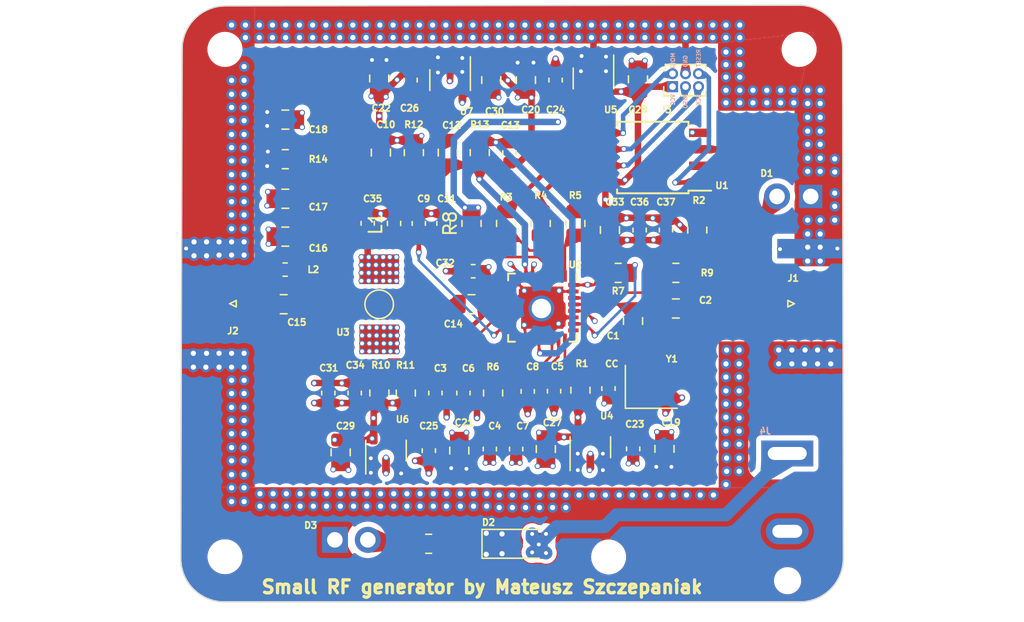
<source format=kicad_pcb>
(kicad_pcb (version 20240108) (generator "pcbnew") (generator_version "8.0")
  (layers (0 "F.Cu" signal) (1 "In1.Cu" signal) (2 "In2.Cu" signal) (31 "B.Cu" signal) (34 "B.Paste" user) (35 "F.Paste" user) (36 "B.SilkS" user "B.Silkscreen") (37 "F.SilkS" user "F.Silkscreen") (38 "B.Mask" user) (39 "F.Mask" user) (44 "Edge.Cuts" user))
  (net 0 "")
  (net 1 "Net-(U2-REFIN)")
  (net 2 "Net-(C1-Pad2)")
  (net 3 "Net-(J1-In)")
  (net 4 "Net-(U2-TEMP)")
  (net 5 "GND")
  (net 6 "Net-(U2-VCOM)")
  (net 7 "Net-(U2-VREF)")
  (net 8 "Net-(C11-Pad1)")
  (net 9 "Net-(U2-CPout)")
  (net 10 "Net-(C12-Pad1)")
  (net 11 "Net-(U2-VTUNE)")
  (net 12 "Net-(U2-RF_OUT_A+)")
  (net 13 "Net-(U3--)")
  (net 14 "Net-(C15-Pad1)")
  (net 15 "Net-(J2-In)")
  (net 16 "Net-(C16-Pad1)")
  (net 17 "5V")
  (net 18 "Net-(U4-BP)")
  (net 19 "Net-(U5-BP)")
  (net 20 "Net-(U6-BP)")
  (net 21 "Net-(U7-BP)")
  (net 22 "Vdd1")
  (net 23 "Vdd2")
  (net 24 "Vdd3")
  (net 25 "Vdd4")
  (net 26 "Net-(D1-A)")
  (net 27 "+5V")
  (net 28 "Net-(J3-Pin_2)")
  (net 29 "Net-(J3-Pin_4)")
  (net 30 "Net-(J3-Pin_5)")
  (net 31 "Net-(J3-Pin_6)")
  (net 32 "Net-(R1-Pad1)")
  (net 33 "Net-(U2-RSET)")
  (net 34 "Net-(U2-PDB_RF)")
  (net 35 "Net-(U2-CE)")
  (net 36 "Net-(U2-MUXOUT)")
  (net 37 "Net-(U2-RF_OUT_A-)")
  (net 38 "Net-(U1-PB3)")
  (net 39 "Net-(U1-PB4)")
  (net 45 "Net-(D3-A)")
  (net 46 "/LE")
  (net 47 "/DATA")
  (net 48 "/CLK")
  (footprint "Diode_SMD:D_MiniMELF" (layer "F.Cu") (at 127.1676 76.5048)
    (property "Reference" "D2")
    (property "Value" "LL4148" (hide yes))
  )
  (footprint "Capacitor_SMD:C_0805_2012Metric" (layer "F.Cu") (at 127.889 40.767 -90)
    (property "Reference" "C20")
    (property "Value" "1u")
  )
  (footprint "Capacitor_SMD:C_0805_2012Metric" (layer "F.Cu") (at 129.426 69.202 -90)
    (property "Reference" "C27")
    (property "Value" "4u7")
  )
  (footprint "Resistor_SMD:R_0805_2012Metric" (layer "F.Cu") (at 125.362 64.884 90)
    (property "Reference" "R6")
    (property "Value" "4k7")
  )
  (footprint "Capacitor_SMD:C_0603_1608Metric" (layer "F.Cu") (at 130.061 64.744 -90)
    (property "Reference" "C5")
    (property "Value" "10p")
  )
  (footprint "Resistor_SMD:R_0805_2012Metric" (layer "F.Cu") (at 135.001 55.626 180)
    (property "Reference" "R7")
    (property "Value" "10k")
  )
  (footprint "Capacitor_SMD:C_0805_2012Metric" (layer "F.Cu") (at 109.347 52.832 180)
    (property "Reference" "C16")
    (property "Value" "100p")
  )
  (footprint "Capacitor_SMD:C_0603_1608Metric" (layer "F.Cu") (at 115.697 51.803 -90)
    (property "Reference" "C35")
    (property "Value" "10p")
  )
  (footprint "Resistor_SMD:R_0805_2012Metric" (layer "F.Cu") (at 119.253 46.355 90)
    (property "Reference" "R12")
    (property "Value" "360")
  )
  (footprint "Capacitor_SMD:C_0805_2012Metric" (layer "F.Cu") (at 109.347 43.815)
    (property "Reference" "C18")
    (property "Value" "4u7")
  )
  (footprint "Resistor_SMD:R_0805_2012Metric" (layer "F.Cu") (at 118.631 64.884 -90)
    (property "Reference" "R11")
    (property "Value" "51")
  )
  (footprint "Capacitor_SMD:C_0603_1608Metric" (layer "F.Cu") (at 114.694 64.884 90)
    (property "Reference" "C34")
    (property "Value" "10p")
  )
  (footprint "Resistor_SMD:R_0805_2012Metric" (layer "F.Cu") (at 131.699 51.816 -90)
    (property "Reference" "R5")
    (property "Value" "2k")
  )
  (footprint "Capacitor_SMD:C_0805_2012Metric" (layer "F.Cu") (at 123.698 58.039 180)
    (property "Reference" "C14")
    (property "Value" "22p")
  )
  (footprint "Resistor_SMD:R_0805_2012Metric" (layer "F.Cu") (at 126.365 51.816 -90)
    (property "Reference" "R3")
    (property "Value" "2k")
  )
  (footprint "Resistor_SMD:R_0805_2012Metric" (layer "F.Cu") (at 123.698 51.816 90)
    (property "Reference" "R8")
    (property "Value" "10k")
  )
  (footprint "Capacitor_SMD:C_0805_2012Metric" (layer "F.Cu") (at 109.347 49.911 180)
    (property "Reference" "C17")
    (property "Value" "1n")
  )
  (footprint "Inductor_SMD:L_0603_1608Metric" (layer "F.Cu") (at 117.729 51.816 90)
    (property "Reference" "L1")
    (property "Value" "47nH")
  )
  (footprint "Capacitor_SMD:C_0603_1608Metric" (layer "F.Cu") (at 120.409 69.3235 -90)
    (property "Reference" "C25")
    (property "Value" "10n")
  )
  (footprint "Capacitor_SMD:C_0603_1608Metric" (layer "F.Cu") (at 138.684 52.324 -90)
    (property "Reference" "C37")
    (property "Value" "10p")
  )
  (footprint "Resistor_SMD:R_0805_2012Metric" (layer "F.Cu") (at 124.333 46.355 90)
    (property "Reference" "R13")
    (property "Value" "680")
  )
  (footprint "Capacitor_SMD:C_0603_1608Metric" (layer "F.Cu") (at 119.634 51.816 90)
    (property "Reference" "C9")
    (property "Value" "10p")
  )
  (footprint "Resistor_SMD:R_0805_2012Metric" (layer "F.Cu") (at 109.347 46.863)
    (property "Reference" "R14")
    (property "Value" "18")
  )
  (footprint "Capacitor_SMD:C_0603_1608Metric" (layer "F.Cu") (at 118.999 40.767 90)
    (property "Reference" "C26")
    (property "Value" "10n" (hide yes))
  )
  (footprint "Package_CSP:LFCSP-32-1EP_5x5mm_P0.5mm_EP3.25x3.25mm" (layer "F.Cu") (at 129.146 58.305 -90)
    (property "Reference" "U2")
    (property "Value" "ADF4350")
  )
  (footprint "Capacitor_SMD:C_0805_2012Metric" (layer "F.Cu") (at 116.586 40.64 -90)
    (property "Reference" "C22")
    (property "Value" "1u" (hide yes))
  )
  (footprint "Capacitor_SMD:C_0603_1608Metric" (layer "F.Cu") (at 112.662 64.884 90)
    (property "Reference" "C31")
    (property "Value" "100n")
  )
  (footprint "Capacitor_SMD:C_0603_1608Metric" (layer "F.Cu") (at 123.076 64.884 -90)
    (property "Reference" "C6")
    (property "Value" "100n")
  )
  (footprint "Inductor_SMD:L_0603_1608Metric" (layer "F.Cu") (at 109.334 55.372 180)
    (property "Reference" "L2")
    (property "Value" "47nH")
  )
  (footprint "Resistor_SMD:R_0805_2012Metric" (layer "F.Cu") (at 132.093 64.665 -90)
    (property "Reference" "R1")
    (property "Value" "0")
  )
  (footprint "Capacitor_SMD:C_0603_1608Metric" (layer "F.Cu") (at 128.029 64.757 -90)
    (property "Reference" "C8")
    (property "Value" "100n")
  )
  (footprint "Capacitor_SMD:C_0805_2012Metric" (layer "F.Cu") (at 136.525 40.706 90)
    (property "Reference" "C28")
    (property "Value" "4u7")
  )
  (footprint "MountingHole:MountingHole_2.2mm_M2" (layer "F.Cu") (at 104.6988 77.5)
    (property "Reference" "REF**" (hide yes))
    (property "Value" "MountingHole_2.2mm_M2" (hide yes))
  )
  (footprint "Package_TO_SOT_SMD:SOT-23-5" (layer "F.Cu") (at 132.855 69.062 90)
    (property "Reference" "U4")
    (property "Value" "LP2985-2.8" (hide yes))
  )
  (footprint "Resistor_SMD:R_0805_2012Metric" (layer "F.Cu") (at 129.032 51.816 -90)
    (property "Reference" "R4")
    (property "Value" "2k")
  )
  (footprint "Capacitor_SMD:C_0805_2012Metric" (layer "F.Cu") (at 116.713 46.355 -90)
    (property "Reference" "C10")
    (property "Value" "2n7")
  )
  (footprint "Package_TO_SOT_SMD:SOT-23-5" (layer "F.Cu") (at 122.047 40.767 -90)
    (property "Reference" "U7")
    (property "Value" "LP2985-2.8" (hide yes))
  )
  (footprint "Capacitor_SMD:C_0603_1608Metric" (layer "F.Cu") (at 123.825 55.499 180)
    (property "Reference" "C32")
    (property "Value" "100n")
  )
  (footprint "Package_TO_SOT_SMD:SOT-23-5" (layer "F.Cu") (at 133.096 40.64 -90)
    (property "Reference" "U5")
    (property "Value" "LP2985-2.8" (hide yes))
  )
  (footprint "Capacitor_SMD:C_0805_2012Metric" (layer "F.Cu") (at 136.144 59.3344 -90)
    (property "Reference" "C1")
    (property "Value" "1n")
  )
  (footprint "MountingHole:MountingHole_2.2mm_M2" (layer "F.Cu") (at 104.6988 38.4)
    (property "Reference" "REF**" (hide yes))
    (property "Value" "MountingHole_2.2mm_M2" (hide yes))
  )
  (footprint "Capacitor_SMD:C_0805_2012Metric" (layer "F.Cu") (at 122.756 69.3235 90)
    (property "Reference" "C21")
    (property "Value" "1u")
  )
  (footprint "Capacitor_SMD:C_0603_1608Metric" (layer "F.Cu") (at 134.252 64.538 90)
    (property "Reference" "CC")
    (property "Value" "C_0603_1608Metric" (hide yes))
  )
  (footprint "Capacitor_SMD:C_0805_2012Metric" (layer "F.Cu") (at 113.612 69.456 -90)
    (property "Reference" "C29")
    (property "Value" "4u7")
  )
  (footprint "Capacitor_SMD:C_0603_1608Metric" (layer "F.Cu") (at 126.619 46.355 90)
    (property "Reference" "C13")
    (property "Value" "1n2")
  )
  (footprint "Capacitor_SMD:C_0805_2012Metric" (layer "F.Cu") (at 138.57 69.189 90)
    (property "Reference" "C19")
    (property "Value" "1u")
  )
  (footprint "Connector_PinHeader_2.54mm:PinHeader_2x02_P2.54mm_Vertical_SMD" (layer "F.Cu") (at 148.59 45.8724)
    (property "Reference" "SW1" (hide yes))
    (property "Value" "SW_DIP_x02" (hide yes))
  )
  (footprint "Capacitor_SMD:C_0603_1608Metric" (layer "F.Cu") (at 121.539 51.816 90)
    (property "Reference" "C11")
    (property "Value" "100n")
  )
  (footprint "Resistor_SMD:R_0805_2012Metric" (layer "F.Cu") (at 116.599 64.884 -90)
    (property "Reference" "R10")
    (property "Value" "51")
  )
  (footprint "Capacitor_SMD:C_0805_2012Metric" (layer "F.Cu") (at 109.22 58.039 180)
    (property "Reference" "C15")
    (property "Value" "22p")
  )
  (footprint "Connector_Coaxial:SMA_Amphenol_132289_EdgeMount" (layer "F.Cu") (at 101.854 58 180)
    (property "Reference" "J2")
    (property "Value" "RF_OUT" (hide yes))
  )
  (footprint "Capacitor_SMD:C_0805_2012Metric" (layer "F.Cu") (at 121.8692 46.355 -90)
    (property "Reference" "C12")
    (property "Value" "47n")
  )
  (footprint "Package_SO:SOIC-8W_5.3x5.3mm_P1.27mm" (layer "F.Cu") (at 137.668 46.736 180)
    (property "Reference" "U1")
    (property "Value" "ATtiny13")
  )
  (footprint "Crystal:Crystal_SMD_3225-4Pin_3.2x2.5mm" (layer "F.Cu") (at 137.554 64.411)
    (property "Reference" "Y1")
    (property "Value" "10MHz")
  )
  (footprint "Capacitor_SMD:C_0603_1608Metric" (layer "F.Cu") (at 125.108 69.202 -90)
    (property "Reference" "C4")
    (property "Value" "10p")
  )
  (footprint "MountingHole:MountingHole_2.2mm_M2" (layer "F.Cu") (at 148.9456 38.4)
    (property "Reference" "REF**" (hide yes))
    (property "Value" "MountingHole_2.2mm_M2" (hide yes))
  )
  (footprint "Diode_THT:D_DO-15_P2.54mm_Vertical_AnodeUp" (layer "F.Cu") (at 149.8338 49.7332 180)
    (property "Reference" "D1")
    (property "Value" "LED")
  )
  (footprint "Capacitor_SMD:C_0805_2012Metric" (layer "F.Cu") (at 134.366 52.324 -90)
    (property "Reference" "C33")
    (property "Value" "1u")
  )
  (footprint "MountingHole:MountingHole_2.2mm_M2" (layer "F.Cu") (at 134.2644 77.5208)
    (property "Reference" "REF**" (hide yes))
    (property "Value" "MountingHole_2.2mm_M2" (hide yes))
  )
  (footprint "Capacitor_SMD:C_0603_1608Metric" (layer "F.Cu") (at 136.157 69.189 -90)
    (property "Reference" "C23")
    (property "Value" "10n")
  )
  (footprint "Package_TO_SOT_SMD:TO-50-4_ShortPad-NoHole_Housing" (layer "F.Cu") (at 116.459 58.039 180)
    (property "Reference" "U3")
    (property "Value" "type=\"X\" model=\"OPAMP\" lib=\"\"" (hide yes))
  )
  (footprint "Connector_Coaxial:SMA_Amphenol_132289_EdgeMount" (layer "F.Cu") (at 151.7904 58)
    (property "Reference" "J1")
    (property "Value" "REF_IN" (hide yes))
  )
  (footprint "Package_TO_SOT_SMD:SOT-23-5" (layer "F.Cu") (at 117.107 69.3235 90)
    (property "Reference" "U6")
    (property "Value" "LP2985-2.8" (hide yes))
  )
  (footprint "Connector_PinHeader_1.00mm:PinHeader_2x03_P1.00mm_Vertical" (layer "F.Cu") (at 139.192 41.275 90)
    (property "Reference" "J3")
    (property "Value" "Prog_conn" (hide yes))
  )
  (footprint "Resistor_SMD:R_0805_2012Metric" (layer "F.Cu") (at 141.097 52.324 90)
    (property "Reference" "R2")
    (property "Value" "10k")
  )
  (footprint "Resistor_SMD:R_0805_2012Metric" (layer "F.Cu") (at 139.446 55.626)
    (property "Reference" "R9")
    (property "Value" "2k")
  )
  (footprint "Resistor_SMD:R_0805_2012Metric" (layer "F.Cu") (at 120.396 76.5048 180)
    (property "Reference" "R15" (hide yes))
    (property "Value" "2k")
  )
  (footprint "Capacitor_SMD:C_0603_1608Metric" (layer "F.Cu") (at 130.175 40.767 90)
    (property "Reference" "C24")
    (property "Value" "10n")
  )
  (footprint "Capacitor_SMD:C_0603_1608Metric" (layer "F.Cu") (at 136.652 52.324 -90)
    (property "Reference" "C36")
    (property "Value" "100n")
  )
  (footprint "Capacitor_SMD:C_0805_2012Metric" (layer "F.Cu") (at 139.446 58.3692 180)
    (property "Reference" "C2")
    (property "Value" "1n")
  )
  (footprint "Diode_THT:D_DO-15_P2.54mm_Vertical_AnodeUp" (layer "F.Cu") (at 113.1672 76.2)
    (property "Reference" "D3")
    (property "Value" "LED" (hide yes))
  )
  (footprint "Capacitor_SMD:C_0603_1608Metric" (layer "F.Cu") (at 127.14 69.202 -90)
    (property "Reference" "C7")
    (property "Value" "100n")
  )
  (footprint "Capacitor_SMD:C_0805_2012Metric" (layer "F.Cu") (at 125.222 40.767 90)
    (property "Reference" "C30")
    (property "Value" "4u7")
  )
  (footprint "Capacitor_SMD:C_0603_1608Metric" (layer "F.Cu") (at 120.917 64.884 -90)
    (property "Reference" "C3")
    (property "Value" "10p")
  )
  (footprint "Connector_BarrelJack:BarrelJack_CUI_PJ-063AH_Horizontal" (layer "B.Cu") (at 148.0312 69.5432 180)
    (property "Reference" "J4")
    (property "Value" "Power_conn" (hide yes))
  )
  (gr_line (start 101.2952 77.6224) (end 101.3968 38.4048) (stroke (width 0.1)) (layer "Edge.Cuts"))
  (gr_arc (start 104.648 80.9752) (mid 102.277212 79.993188) (end 101.2952 77.6224) (stroke (width 0.1)) (layer "Edge.Cuts"))
  (gr_line (start 152.2984 38.354) (end 152.3492 77.6224) (stroke (width 0.1)) (layer "Edge.Cuts"))
  (gr_arc (start 101.3968 38.4048) (mid 102.378812 36.034012) (end 104.7496 35.052) (stroke (width 0.1)) (layer "Edge.Cuts"))
  (gr_line (start 148.9964 80.9752) (end 104.648 80.9752) (stroke (width 0.1)) (layer "Edge.Cuts"))
  (gr_arc (start 148.9456 35.0012) (mid 151.316388 35.983212) (end 152.2984 38.354) (stroke (width 0.1)) (layer "Edge.Cuts"))
  (gr_arc (start 152.3492 77.6224) (mid 151.367188 79.993188) (end 148.9964 80.9752) (stroke (width 0.1)) (layer "Edge.Cuts"))
  (gr_line (start 104.7496 35.052) (end 148.9456 35.0012) (stroke (width 0.1)) (layer "Edge.Cuts"))
  (gr_text "SCK" (at 141.3764 41.8084 90) (layer "B.SilkS") (effects (font (size 0.3 0.3) (thickness 0.075)) (justify left bottom mirror)))
  (gr_text "MOSI" (at 139.3952 38.608 90) (layer "B.SilkS") (effects (font (size 0.3 0.33) (thickness 0.075) (bold yes)) (justify left bottom mirror)))
  (gr_text "RESET" (at 141.3764 38.354 90) (layer "B.SilkS") (effects (font (size 0.3 0.3) (thickness 0.06) (bold yes)) (justify left bottom mirror)))
  (gr_text "MISO" (at 140.3604 41.8084 90) (layer "B.SilkS") (effects (font (size 0.3 0.3) (thickness 0.075) (bold yes)) (justify left bottom mirror)))
  (gr_text "VCC" (at 139.3952 41.8084 90) (layer "B.SilkS") (effects (font (size 0.3 0.3) (thickness 0.075) (bold yes)) (justify left bottom mirror)))
  (gr_text "GND" (at 140.3604 38.8112 90) (layer "B.SilkS") (effects (font (size 0.3 0.3) (thickness 0.075) (bold yes)) (justify left bottom mirror)))
  (gr_text "Small RF generator by Mateusz Szczepaniak" (at 107.3912 80.4164 0) (layer "F.SilkS") (effects (font (size 1 1) (thickness 0.25) (bold yes)) (justify left bottom)))
  (segment (start 138.496 58.3692) (end 136.1592 58.3692) (width 0.34925) (layer "F.Cu") (net 1))
  (segment (start 136.1592 58.3692) (end 136.144 58.3844) (width 0.34925) (layer "F.Cu") (net 1))
  (segment (start 131.546 58.055) (end 135.8146 58.055) (width 0.2) (layer "F.Cu") (net 1))
  (segment (start 135.8146 58.055) (end 136.144 58.3844) (width 0.2) (layer "F.Cu") (net 1))
  (segment (start 138.654 62.7582) (end 138.6178 62.7582) (width 0.34925) (layer "F.Cu") (net 2))
  (segment (start 138.6178 62.7582) (end 136.144 60.2844) (width 0.34925) (layer "F.Cu") (net 2))
  (segment (start 138.654 62.7582) (end 138.654 63.561) (width 0.34925) (layer "F.Cu") (net 2))
  (segment (start 140.7652 58) (end 150.749 58) (width 0.34925) (layer "F.Cu") (net 3))
  (segment (start 140.396 58.039) (end 140.435 58) (width 0.34925) (layer "F.Cu") (net 3))
  (segment (start 140.396 58.3692) (end 140.7652 58) (width 0.34925) (layer "F.Cu") (net 3))
  (segment (start 123.076 64.0712) (end 125.4252 61.722) (width 0.2) (layer "F.Cu") (net 4))
  (segment (start 120.917 64.109) (end 123.076 64.109) (width 0.5) (layer "F.Cu") (net 4))
  (segment (start 125.4252 61.722) (end 128.029 61.722) (width 0.2) (layer "F.Cu") (net 4))
  (segment (start 123.076 64.109) (end 123.076 64.0712) (width 0.2) (layer "F.Cu") (net 4))
  (segment (start 128.396 61.355) (end 128.396 60.705) (width 0.2) (layer "F.Cu") (net 4))
  (segment (start 123.229 64.109) (end 123.076 64.109) (width 0.2) (layer "F.Cu") (net 4))
  (segment (start 128.029 61.722) (end 128.396 61.355) (width 0.2) (layer "F.Cu") (net 4))
  (segment (start 115.697 52.578) (end 115.697 54.459) (width 0.5) (layer "F.Cu") (net 5))
  (segment (start 130.397 57.055) (end 130.396 57.055) (width 0.2) (layer "F.Cu") (net 5))
  (segment (start 125.187 65.659) (end 125.362 65.834) (width 0.5) (layer "F.Cu") (net 5))
  (segment (start 124.1174 65.659) (end 124.1174 66.8144) (width 0.5) (layer "F.Cu") (net 5))
  (segment (start 117.9576 45.4152) (end 117.9474 45.405) (width 0.5) (layer "F.Cu") (net 5))
  (segment (start 137.7188 53.086) (end 137.7058 53.099) (width 0.5) (layer "F.Cu") (net 5))
  (segment (start 129.0828 58.3682) (end 129.146 58.305) (width 0.2) (layer "F.Cu") (net 5))
  (segment (start 129.0828 58.3692) (end 129.0828 58.3682) (width 0.2) (layer "F.Cu") (net 5))
  (segment (start 125.4658 39.817) (end 126.4412 40.7924) (width 0.5) (layer "F.Cu") (net 5))
  (segment (start 131.546 57.055) (end 130.5118 57.055) (width 0.2) (layer "F.Cu") (net 5))
  (segment (start 126.746 56.555) (end 127.396 56.555) (width 0.2) (layer "F.Cu") (net 5))
  (segment (start 120.917 65.659) (end 121.7806 65.659) (width 0.5) (layer "F.Cu") (net 5))
  (segment (start 115.697 54.459) (end 116.5834 55.3454) (width 0.5) (layer "F.Cu") (net 5))
  (segment (start 116.586 41.59) (end 117.1092 41.59) (width 0.5) (layer "F.Cu") (net 5))
  (segment (start 120.409 71.0816) (end 120.409 71.0308) (width 0.5) (layer "F.Cu") (net 5))
  (segment (start 133.096 39.5025) (end 133.096 37.592) (width 0.5) (layer "F.Cu") (net 5))
  (segment (start 124.1174 65.659) (end 125.187 65.659) (width 0.5) (layer "F.Cu") (net 5))
  (segment (start 126.746 57.555) (end 128.396 57.555) (width 0.2) (layer "F.Cu") (net 5))
  (segment (start 135.6738 53.099) (end 134.541 53.099) (width 0.5) (layer "F.Cu") (net 5))
  (segment (start 130.048 65.532) (end 130.061 65.519) (width 0.5) (layer "F.Cu") (net 5))
  (segment (start 125.222 39.817) (end 125.4658 39.817) (width 0.5) (layer "F.Cu") (net 5))
  (segment (start 130.5118 57.055) (end 130.4544 56.9976) (width 0.2) (layer "F.Cu") (net 5))
  (segment (start 140.192 40.275) (end 140.192 37.608) (width 0.5) (layer "F.Cu") (net 5))
  (segment (start 113.6904 64.109) (end 111.5828 64.109) (width 0.5) (layer "F.Cu") (net 5))
  (segment (start 135.6998 53.099) (end 135.6868 53.086) (width 0.5) (layer "F.Cu") (net 5))
  (segment (start 129.396 60.705) (end 129.396 58.555) (width 0.2) (layer "F.Cu") (net 5))
  (segment (start 126.619 47.13) (end 127.368 47.13) (width 0.5) (layer "F.Cu") (net 5))
  (segment (start 121.7168 55.4736) (end 121.7422 55.499) (width 0.5) (layer "F.Cu") (net 5))
  (segment (start 127.762 59.6392) (end 127.896 59.555) (width 0.2) (layer "F.Cu") (net 5))
  (segment (start 126.492 40.7924) (end 126.492 40.8432) (width 0.5) (layer "F.Cu") (net 5))
  (segment (start 126.492 40.8432) (end 127.3658 41.717) (width 0.5) (layer "F.Cu") (net 5))
  (segment (start 129.396 58.555) (end 129.146 58.305) (width 0.2) (layer "F.Cu") (net 5))
  (segment (start 127.3658 41.717) (end 127.889 41.717) (width 0.5) (layer "F.Cu") (net 5))
  (segment (start 138.684 53.099) (end 137.7318 53.099) (width 0.5) (layer "F.Cu") (net 5))
  (segment (start 120.6122 51.041) (end 121.539 51.041) (width 0.5) (layer "F.Cu") (net 5))
  (segment (start 120.409 70.0985) (end 120.409 71.0816) (width 0.5) (layer "F.Cu") (net 5))
  (segment (start 127.396 56.555) (end 127.762 56.921) (width 0.2) (layer "F.Cu") (net 5))
  (segment (start 121.7422 55.499) (end 123.05 55.499) (width 0.5) (layer "F.Cu") (net 5))
  (segment (start 137.7318 53.099) (end 137.7188 53.086) (width 0.5) (layer "F.Cu") (net 5))
  (segment (start 129.0818 58.3692) (end 129.0828 58.3692) (width 0.2) (layer "F.Cu") (net 5))
  (segment (start 118.7072 39.992) (end 118.999 39.992) (width 0.5) (layer "F.Cu") (net 5))
  (segment (start 128.029 65.532) (end 128.029 66.5096) (width 0.5) (layer "F.Cu") (net 5))
  (segment (start 117.1092 41.59) (end 117.9576 40.7416) (width 0.5) (layer "F.Cu") (net 5))
  (segment (start 127.896 60.705) (end 127.762 59.6392) (width 0.2) (layer "F.Cu") (net 5))
  (segment (start 130.4544 56.9976) (end 130.397 57.055) (width 0.2) (layer "F.Cu") (net 5))
  (segment (start 128.3208 46.1772) (end 128.3208 42.1132) (width 0.5) (layer "F.Cu") (net 5))
  (segment (start 122.047 39.6295) (end 122.047 40.8178) (width 0.5) (layer "F.Cu") (net 5))
  (segment (start 127.762 56.9976) (end 127.8386 56.9976) (width 0.2) (layer "F.Cu") (net 5))
  (segment (start 122.047 40.8178) (end 122.0216 40.8432) (width 0.5) (layer "F.Cu") (net 5))
  (segment (start 135.6868 53.086) (end 135.6738 53.099) (width 0.5) (layer "F.Cu") (net 5))
  (segment (start 127.762 56.921) (end 127.762 56.9976) (width 0.2) (layer "F.Cu") (net 5))
  (segment (start 126.746 56.555) (end 127.396 55.905) (width 0.2) (layer "F.Cu") (net 5))
  (segment (start 121.7806 65.659) (end 124.1174 65.659) (width 0.5) (layer "F.Cu") (net 5))
  (segment (start 138.654 65.261) (end 138.654 66.451) (width 0.5) (layer "F.Cu") (net 5))
  (segment (start 129.896 59.055) (end 129.146 58.305) (width 0.2) (layer "F.Cu") (net 5))
  (segment (start 127.368 47.13) (end 128.3208 46.1772) (width 0.5) (layer "F.Cu") (net 5))
  (segment (start 117.9678 45.405) (end 117.9576 45.4152) (width 0.5) (layer "F.Cu") (net 5))
  (segment (start 138.654 65.261) (end 139.8948 65.261) (width 0.5) (layer "F.Cu") (net 5))
  (segment (start 128.396 57.555) (end 129.146 58.305) (width 0.2) (layer "F.Cu") (net 5))
  (segment (start 127.8386 56.9976) (end 129.146 58.305) (width 0.2) (layer "F.Cu") (net 5))
  (segment (start 117.9576 40.7416) (end 118.7072 39.992) (width 0.5) (layer "F.Cu") (net 5))
  (segment (start 119.253 45.405) (end 117.9678 45.405) (width 0.5) (layer "F.Cu") (net 5))
  (segment (start 114.694 64.109) (end 113.7164 64.109) (width 0.5) (layer "F.Cu") (net 5))
  (segment (start 119.634 51.041) (end 120.5862 51.041) (width 0.5) (layer "F.Cu") (net 5))
  (segment (start 127.896 59.555) (end 129.0818 58.3692) (width 0.2) (layer "F.Cu") (net 5))
  (segment (start 126.4412 40.7924) (end 126.492 40.7924) (width 0.5) (layer "F.Cu") (net 5))
  (segment (start 130.061 65.519) (end 130.061 66.4588) (width 0.5) (layer "F.Cu") (net 5))
  (segment (start 116.586 43.5356) (end 116.586 45.278) (width 0.5) (layer "F.Cu") (net 5))
  (segment (start 113.7034 64.122) (end 113.6904 64.109) (width 0.5) (layer "F.Cu") (net 5))
  (segment (start 111.5828 64.109) (end 111.5698 64.122) (width 0.5) (layer "F.Cu") (net 5))
  (segment (start 119.3422 70.1164) (end 119.3601 70.0985) (width 0.5) (layer "F.Cu") (net 5))
  (segment (start 120.5992 51.054) (end 120.6122 51.041) (width 0.5) (layer "F.Cu") (net 5))
  (segment (start 116.586 45.278) (end 116.713 45.405) (width 0.5) (layer "F.Cu") (net 5))
  (segment (start 128.029 65.532) (end 130.048 65.532) (width 0.5) (layer "F.Cu") (net 5))
  (segment (start 140.192 37.4048) (end 140.208 37.3888) (width 0.5) (layer "F.Cu") (net 5))
  (segment (start 127.396 55.905) (end 127.396 56.555) (width 0.2) (layer "F.Cu") (net 5))
  (segment (start 127.396 55.6321) (end 127.396 55.905) (width 0.2) (layer "F.Cu") (net 5))
  (segment (start 131.546 59.055) (end 129.896 59.055) (width 0.2) (layer "F.Cu") (net 5))
  (segment (start 138.654 66.451) (end 138.6462 66.4588) (width 0.5) (layer "F.Cu") (net 5))
  (segment (start 121.7806 65.659) (end 121.7806 66.7636) (width 0.5) (layer "F.Cu") (net 5))
  (segment (start 116.586 41.59) (end 116.586 43.5356) (width 0.5) (layer "F.Cu") (net 5))
  (segment (start 117.9474 45.405) (end 116.713 45.405) (width 0.5) (layer "F.Cu") (net 5))
  (segment (start 113.7164 64.109) (end 113.7034 64.122) (width 0.5) (layer "F.Cu") (net 5))
  (segment (start 120.409 70.0985) (end 119.3601 70.0985) (width 0.5) (layer "F.Cu") (net 5))
  (segment (start 126.6952 54.9313) (end 127.396 55.6321) (width 0.2) (layer "F.Cu") (net 5))
  (segment (start 139.8948 65.261) (end 139.9162 65.2396) (width 0.5) (layer "F.Cu") (net 5))
  (segment (start 120.5862 51.041) (end 120.5992 51.054) (width 0.5) (layer "F.Cu") (net 5))
  (segment (start 130.396 57.055) (end 129.146 58.305) (width 0.2) (layer "F.Cu") (net 5))
  (segment (start 137.7058 53.099) (end 135.6998 53.099) (width 0.5) (layer "F.Cu") (net 5))
  (segment (start 134.541 53.099) (end 134.366 53.274) (width 0.5) (layer "F.Cu") (net 5))
  (segment (start 130.175 39.116) (end 130.175 39.992) (width 0.5) (layer "F.Cu") (net 5))
  (via (at 117.4496 61.6712) (size 0.45) (drill 0.3) (layers "F.Cu" "B.Cu") (net 5))
  (via (at 111.506 72.644) (size 0.8) (drill 0.4) (layers "F.Cu" "B.Cu") (net 5))
  (via (at 106.172 70.104) (size 0.8) (drill 0.4) (layers "F.Cu" "B.Cu") (net 5))
  (via (at 107.3912 72.644) (size 0.8) (drill 0.4) (layers "F.Cu" "B.Cu") (net 5))
  (via (at 117.7036 73.6092) (size 0.8) (drill 0.4) (layers "F.Cu" "B.Cu") (net 5))
  (via (at 110.6424 43.2816) (size 0.45) (drill 0.3) (layers "F.Cu" "B.Cu") (net 5))
  (via (at 140.208 37.4904) (size 0.8) (drill 0.4) (layers "F.Cu" "B.Cu") (net 5))
  (via (at 136.0932 72.7456) (size 0.8) (drill 0.4) (layers "F.Cu" "B.Cu") (net 5))
  (via (at 105.2068 69.088) (size 0.8) (drill 0.4) (layers "F.Cu" "B.Cu") (net 5))
  (via (at 106.172 52.2224) (size 0.8) (drill 0.4) (layers "F.Cu" "B.Cu") (net 5))
  (via (at 105.2068 49.0728) (size 0.8) (drill 0.4) (layers "F.Cu" "B.Cu") (net 5))
  (via (at 151.384 61.5696) (size 0.8) (drill 0.4) (layers "F.Cu" "B.Cu") (net 5))
  (via (at 125.7808 37.4904) (size 0.8) (drill 0.4) (layers "F.Cu" "B.Cu") (net 5))
  (via (at 138.6462 66.4588) (size 0.45) (drill 0.3) (layers "F.Cu" "B.Cu") (net 5))
  (via (at 106.172 42.8752) (size 0.8) (drill 0.4) (layers "F.Cu" "B.Cu") (net 5))
  (via (at 109.4232 73.6092) (size 0.8) (drill 0.4) (layers "F.Cu" "B.Cu") (net 5))
  (via (at 105.2068 61.8236) (size 0.8) (drill 0.4) (layers "F.Cu" "B.Cu") (net 5))
  (via (at 115.2144 55.626) (size 0.45) (drill 0.3) (layers "F.Cu" "B.Cu") (net 5))
  (via (at 117.9576 60.452) (size 0.45) (drill 0.3) (layers "F.Cu" "B.Cu") (net 5))
  (via (at 132.855 69.5576) (size 0.45) (drill 0.3) (layers "F.Cu" "B.Cu") (net 5))
  (via (at 116.9416 59.8424) (size 0.45) (drill 0.3) (layers "F.Cu" "B.Cu") (net 5))
  (via (at 129.9464 72.7456) (size 0.8) (drill 0.4) (layers "F.Cu" "B.Cu") (net 5))
  (via (at 126.8476 73.7108) (size 0.8) (drill 0.4) (layers "F.Cu" "B.Cu") (net 5))
  (via (at 106.172 44.958) (size 0.8) (drill 0.4) (layers "F.Cu" "B.Cu") (net 5))
  (via (at 123.3046 67.932) (size 0.45) (drill 0.3) (layers "F.Cu" "B.Cu") (net 5))
  (via (at 142.2908 37.4904) (size 0.8) (drill 0.4) (layers "F.Cu" "B.Cu") (net 5))
  (via (at 147.5232 42.5196) (size 0.8) (drill 0.4) (layers "F.Cu" "B.Cu") (net 5))
  (via (at 144.3228 63.6524) (size 0.8) (drill 0.4) (layers "F.Cu" "B.Cu") (net 5))
  (via (at 120.409 71.0816) (size 0.45) (drill 0.3) (layers "F.Cu" "B.Cu") (net 5))
  (via (at 115.824 59.8424) (size 0.45) (drill 0.3) (layers "F.Cu" "B.Cu") (net 5))
  (via (at 151.6888 47.8536) (size 0.8) (drill 0.4) (layers "F.Cu" "B.Cu") (net 5))
  (via (at 117.9068 55.0164) (size 0.45) (drill 0.3) (layers "F.Cu" "B.Cu") (net 5))
  (via (at 113.5888 72.644) (size 0.8) (drill 0.4) (layers "F.Cu" "B.Cu") (net 5))
  (via (at 117.3988 55.626) (size 0.45) (drill 0.3) (layers "F.Cu" "B.Cu") (net 5))
  (via (at 115.824 60.452) (size 0.45) (drill 0.3) (layers "F.Cu" "B.Cu") (net 5))
  (via (at 107.95 50.4444) (size 0.45) (drill 0.3) (layers "F.Cu" "B.Cu") (net 5))
  (via (at 114.2114 70.8276) (size 0.45) (drill 0.3) (layers "F.Cu" "B.Cu") (net 5))
  (via (at 144.3736 41.5544) (size 0.8) (drill 0.4) (layers "F.Cu" "B.Cu") (net 5))
  (via (at 119.8372 45.0596) (size 0.45) (drill 0.3) (layers "F.Cu" "B.Cu") (net 5))
  (via (at 115.7732 54.4068) (size 0.45) (drill 0.3) (layers "F.Cu" "B.Cu") (net 5))
  (via (at 143.3068 63.6524) (size 0.8) (drill 0.4) (layers "F.Cu" "B.Cu") (net 5))
  (via (at 143.3068 42.5196) (size 0.8) (drill 0.4) (layers "F.Cu" "B.Cu") (net 5))
  (via (at 124.1174 66.8144) (size 0.45) (drill 0.3) (layers "F.Cu" "B.Cu") (net 5))
  (via (at 137.0584 37.4904) (size 0.8) (drill 0.4) (layers "F.Cu" "B.Cu") (net 5))
  (via (at 106.172 71.1708) (size 0.8) (drill 0.4) (layers "F.Cu" "B.Cu") (net 5))
  (via (at 105.2068 73.2536) (size 0.8) (drill 0.4) (layers "F.Cu" "B.Cu") (net 5))
  (via (at 131.9276 37.4904) (size 0.8) (drill 0.4) (layers "F.Cu" "B.Cu") (net 5))
  (via (at 128.029 66.5096) (size 0.45) (drill 0.3) (layers "F.Cu" "B.Cu") (net 5))
  (via (at 117.4496 61.0616) (size 0.45) (drill 0.3) (layers "F.Cu" "B.Cu") (net 5))
  (via (at 128.3208 42.1132) (size 0.45) (drill 0.3) (layers "F.Cu" "B.Cu") (net 5))
  (via (at 124.8156 37.4904) (size 0.8) (drill 0.4) (layers "F.Cu" "B.Cu") (net 5))
  (via (at 150.5712 44.704) (size 0.8) (drill 0.4) (layers "F.Cu" "B.Cu") (net 5))
  (via (at 117.9576 59.8424) (size 0.45) (drill 0.3) (layers "F.Cu" "B.Cu") (net 5))
  (via (at 122.0216 40.8432) (size 0.45) (drill 0.3) (layers "F.Cu" "B.Cu") (net 5))
  (via (at 144.3228 62.6364) (size 0.8) (drill 0.4) (layers "F.Cu" "B.Cu") (net 5))
  (via (at 121.7168 55.4736) (size 0.45) (drill 0.3) (layers "F.Cu" "B.Cu") (net 5))
  (via (at 114.554 36.5252) (size 0.8) (drill 0.4) (layers "F.Cu" "B.Cu") (net 5))
  (via (at 104.2416 54.2544) (size 0.8) (drill 0.4) (layers "F.Cu" "B.Cu") (net 5))
  (via (at 149.606 46.7868) (size 0.8) (drill 0.4) (layers "F.Cu" "B.Cu") (net 5))
  (via (at 147.4724 53.7972) (size 0.45) (drill 0.3) (layers "F.Cu" "B.Cu") (net 5))
  (via (at 140.208 36.5252) (size 0.8) (drill 0.4) (layers "F.Cu" "B.Cu") (net 5))
  (via (at 116.332 54.4068) (size 0.45) (drill 0.3) (layers "F.Cu" "B.Cu") (net 5))
  (via (at 139.1034 67.8812) (size 0.45) (drill 0.3) (layers "F.Cu" "B.Cu") (net 5))
  (via (at 149.606 44.704) (size 0.8) (drill 0.4) (layers "F.Cu" "B.Cu") (net 5))
  (via (at 141.3256 72.7456) (size 0.8) (drill 0.4) (layers "F.Cu" "B.Cu") (net 5))
  (via (at 118.7196 72.644) (size 0.8) (drill 0.4) (layers "F.Cu" "B.Cu") (net 5))
  (via (at 138.2268 72.7456) (size 0.8) (drill 0.4) (layers "F.Cu" "B.Cu") (net 5))
  (via (at 129.0828 58.3692) (size 2) (drill 1.5) (layers "F.Cu" "B.Cu") (net 5))
  (via (at 115.57 36.5252) (size 0.8) (drill 0.4) (layers "F.Cu" "B.Cu") (net 5))
  (via (at 105.2068 36.5252) (size 0.8) (drill 0.4) (layers "F.Cu" "B.Cu") (net 5))
  (via (at 136.0424 36.5252) (size 0.8) (drill 0.4) (layers "F.Cu" "B.Cu") (net 5))
  (via (at 124.8664 73.6092) (size 0.8) (drill 0.4) (layers "F.Cu" "B.Cu") (net 5))
  (via (at 115.2652 61.6712) (size 0.45) (drill 0.3) (layers "F.Cu" "B.Cu") (net 5))
  (via (at 105.2068 42.8752) (size 0.8) (drill 0.4) (layers "F.Cu" "B.Cu") (net 5))
  (via (at 105.2068 41.8592) (size 0.8) (drill 0.4) (layers "F.Cu" "B.Cu") (net 5))
  (via (at 127.8128 36.5252) (size 0.8) (drill 0.4) (layers "F.Cu" "B.Cu") (net 5))
  (via (at 106.172 43.8912) (size 0.8) (drill 0.4) (layers "F.Cu" "B.Cu") (net 5))
  (via (at 120.5992 51.054) (size 0.45) (drill 0.3) (layers "F.Cu" "B.Cu") (net 5))
  (via (at 103.2764 54.3052) (size 0.8) (drill 0.4) (layers "F.Cu" "B.Cu") (net 5))
  (via (at 144.3736 38.608) (size 0.8) (drill 0.4) (layers "F.Cu" "B.Cu") (net 5))
  (via (at 144.3228 61.5696) (size 0.8) (drill 0.4) (layers "F.Cu" "B.Cu") (net 5))
  (via (at 121.7168 37.4904) (size 0.8) (drill 0.4) (layers "F.Cu" "B.Cu") (net 5))
  (via (at 106.172 39.7256) (size 0.8) (drill 0.4) (layers "F.Cu" "B.Cu") (net 5))
  (via (at 123.7996 37.4904) (size 0.8) (drill 0.4) (layers "F.Cu" "B.Cu") (net 5))
  (via (at 148.5392 42.5196) (size 0.8) (drill 0.4) (layers "F.Cu" "B.Cu") (net 5))
  (via (at 119.6848 36.5252) (size 0.8) (drill 0.4) (layers "F.Cu" "B.Cu") (net 5))
  (via (at 137.7188 53.086) (size 0.45) (drill 0.3) (layers "F.Cu" "B.Cu") (net 5))
  (via (at 149.606 47.8028) (size 0.8) (drill 0.4) (layers "F.Cu" "B.Cu") (net 5))
  (via (at 110.49 72.644) (size 0.8) (drill 0.4) (layers "F.Cu" "B.Cu") (net 5))
  (via (at 129.9464 73.7108) (size 0.8) (drill 0.4) (layers "F.Cu" "B.Cu") (net 5))
  (via (at 115.2652 59.8424) (size 0.45) (drill 0.3) (layers "F.Cu" "B.Cu") (net 5))
  (via (at 150.368 61.5696) (size 0.8) (drill 0.4) (layers "F.Cu" "B.Cu") (net 5))
  (via (at 106.172 67.0052) (size 0.8) (drill 0.4) (layers "F.Cu" "B.Cu") (net 5))
  (via (at 105.2068 70.104) (size 0.8) (drill 0.4) (layers "F.Cu" "B.Cu") (net 5))
  (via (at 149.4028 61.5696) (size 0.8) (drill 0.4) (layers "F.Cu" "B.Cu") (net 5))
  (via (at 139.2428 72.7456) (size 0.8) (drill 0.4) (layers "F.Cu" "B.Cu") (net 5))
  (via (at 126.8476 72.7456) (size 0.8) (drill 0.4) (layers "F.Cu" "B.Cu") (net 5))
  (via (at 144.3736 36.5252) (size 0.8) (drill 0.4) (layers "F.Cu" "B.Cu") (net 5))
  (via (at 101.7016 53.7464) (size 0.45) (drill 0.3) (layers "F.Cu" "B.Cu") (net 5))
  (via (at 117.7036 72.644) (size 0.8) (drill 0.4) (layers "F.Cu" "B.Cu") (net 5))
  (via (at 143.3068 67.818) (size 0.8) (drill 0.4) (layers "F.Cu" "B.Cu") (net 5))
  (via (at 135.8014 70.3196) (size 0.45) (drill 0.3) (layers "F.Cu" "B.Cu") (net 5))
  (via (at 119.7356 72.644) (size 0.8) (drill 0.4) (layers "F.Cu" "B.Cu") (net 5))
  (via (at 105.2068 67.0052) (size 0.8) (drill 0.4) (layers "F.Cu" "B.Cu") (net 5))
  (via (at 149.606 43.6372) (size 0.8) (drill 0.4) (layers "F.Cu" "B.Cu") (net 5))
  (via (at 116.3828 60.452) (size 0.45) (drill 0.3) (layers "F.Cu" "B.Cu") (net 5))
  (via (at 105.2068 63.9064) (size 0.8) (drill 0.4) (layers "F.Cu" "B.Cu") (net 5))
  (via (at 117.6528 36.5252) (size 0.8) (drill 0.4) (layers "F.Cu" "B.Cu") (net 5))
  (via (at 143.3068 36.5252) (size 0.8) (drill 0.4) (layers "F.Cu" "B.Cu") (net 5))
  (via (at 116.9416 61.6712) (size 0.45) (drill 0.3) (layers "F.Cu" "B.Cu") (net 5))
  (via (at 144.3228 68.834) (size 0.8) (drill 0.4) (layers "F.Cu" "B.Cu") (net 5))
  (via (at 150.5712 42.5704) (size 0.8) (drill 0.4) (layers "F.Cu" "B.Cu") (net 5))
  (via (at 117.4496 59.8424) (size 0.45) (drill 0.3) (layers "F.Cu" "B.Cu") (net 5))
  (via (at 112.522 73.6092) (size 0.8) (drill 0.4) (layers "F.Cu" "B.Cu") (net 5))
  (via (at 116.8908 54.4068) (size 0.45) (drill 0.3) (layers "F.Cu" "B.Cu") (net 5))
  (via (at 103.2256 62.8904) (size 0.8) (drill 0.4) (layers "F.Cu" "B.Cu") (net 5))
  (via (at 122.8344 73.6092) (size 0.8) (drill 0.4) (layers "F.Cu" "B.Cu") (net 5))
  (via (at 133.9218 65.6968) (size 0.45) (drill 0.3) (layers "F.Cu" "B.Cu") (net 5))
  (via (at 105.2068 62.8904) (size 0.8) (drill 0.4) (layers "F.Cu" "B.Cu") (net 5))
  (via (at 136.4618 70.3196) (size 0.45) (drill 0.3) (layers "F.Cu" "B.Cu") (net 5))
  (via (at 150.5712 43.6372) (size 0.8) (drill 0.4) (layers "F.Cu" "B.Cu") (net 5))
  (via (at 105.2068 51.1556) (size 0.8) (drill 0.4) (layers "F.Cu" "B.Cu") (net 5))
  (via (at 106.172 72.1868) (size 0.8) (drill 0.4) (layers "F.Cu" "B.Cu") (net 5))
  (via (at 148.3868 61.5696) (size 0.8) (drill 0.4) (layers "F.Cu" "B.Cu") (net 5))
  (via (at 109.3724 36.5252) (size 0.8) (drill 0.4) (layers "F.Cu" "B.Cu") (net 5))
  (via (at 126.6952 54.9313) (size 0.45) (drill 0.3) (layers "F.Cu" "B.Cu") (net 5))
  (via (at 145.3896 41.5544) (size 0.8) (drill 0.4) (layers "F.Cu" "B.Cu") (net 5))
  (via (at 151.6888 49.4792) (size 0.8) (drill 0.4) (layers "F.Cu" "B.Cu") (net 5))
  (via (at 151.6888 51.562) (size 0.8) (drill 0.4) (layers "F.Cu" "B.Cu") (net 5))
  (via (at 149.352 62.6364) (size 0.8) (drill 0.4) (layers "F.Cu" "B.Cu") (net 5))
  (via (at 111.4552 36.5252) (size 0.8) (drill 0.4) (layers "F.Cu" "B.Cu") (net 5))
  (via (at 110.4392 37.4904) (size 0.8) (drill 0.4) (layers "F.Cu" "B.Cu") (net 5))
  (via (at 142.2908 36.5252) (size 0.8) (drill 0.4) (layers "F.Cu" "B.Cu") (net 5))
  (via (at 116.8908 55.626) (size 0.45) (drill 0.3) (layers "F.Cu" "B.Cu") (net 5))
  (via (at 116.6368 37.4904) (size 0.8) (drill 0.4) (layers "F.Cu" "B.Cu") (net 5))
  (via (at 132.8042 70.8276) (size 0.45) (drill 0.3) (layers "F.Cu" "B.Cu") (net 5))
  (via (at 151.892 53.7464) (size 0.45) (drill 0.3) (layers "F.Cu" "B.Cu") (net 5))
  (via (at 127.254 42.1132) (size 0.45) (drill 0.3) (layers "F.Cu" "B.Cu") (net 5))
  (via (at 133.9596 36.5252) (size 0.8) (drill 0.4) (layers "F.Cu" "B.Cu") (net 5))
  (via (at 106.172 46.99) (size 0.8) (drill 0.4) (layers "F.Cu" "B.Cu") (net 5))
  (via (at 108.3564 36.5252) (size 0.8) (drill 0.4) (layers "F.Cu" "B.Cu") (net 5))
  (via (at 123.8504 72.644) (size 0.8) (drill 0.4) (layers "F.Cu" "B.Cu") (net 5))
  (via (at 116.6368 36.5252) (size 0.8) (drill 0.4) (layers "F.Cu" "B.Cu") (net 5))
  (via (at 137.9858 67.8812) (size 0.45) (drill 0.3) (layers "F.Cu" "B.Cu") (net 5))
  (via (at 111.4552 37.4904) (size 0.8) (drill 0.4) (layers "F.Cu" "B.Cu") (net 5))
  (via (at 102.2604 62.8904) (size 0.8) (drill 0.4) (layers "F.Cu" "B.Cu") (net 5))
  (via (at 115.7732 55.626) (size 0.45) (drill 0.3) (layers "F.Cu" "B.Cu") (net 5))
  (via (at 117.9576 61.0616) (size 0.45) (drill 0.3) (layers "F.Cu" "B.Cu") (net 5))
  (via (at 149.606 51.562) (size 0.8) (drill 0.4) (layers "F.Cu" "B.Cu") (net 5))
  (via (at 130.061 66.4588) (size 0.45) (drill 0.3) (layers "F.Cu" "B.Cu") (net 5))
  (via (at 115.824 61.6712) (size 0.45) (drill 0.3) (layers "F.Cu" "B.Cu") (net 5))
  (via (at 109.3724 37.4904) (size 0.8) (drill 0.4) (layers "F.Cu" "B.Cu") (net 5))
  (via (at 108.4072 73.6092) (size 0.8) (drill 0.4) (layers "F.Cu" "B.Cu") (net 5))
  (via (at 138.176 37.4904) (size 0.8) (drill 0.4) (layers "F.Cu" "B.Cu") (net 5))
  (via (at 126.7968 37.4904) (size 0.8) (drill 0.4) (layers "F.Cu" "B.Cu") (net 5))
  (via (at 135.0264 36.5252) (size 0.8) (drill 0.4) (layers "F.Cu" "B.Cu") (net 5))
  (via (at 146.4564 41.5544) (size 0.8) (drill 0.4) (layers "F.Cu" "B.Cu") (net 5))
  (via (at 135.6868 53.086) (size 0.45) (drill 0.3) (layers "F.Cu" "B.Cu") (net 5))
  (via (at 143.3576 69.9008) (size 0.8) (drill 0.4) (layers "F.Cu" "B.Cu") (net 5))
  (via (at 105.2068 40.7924) (size 0.8) (drill 0.4) (layers "F.Cu" "B.Cu") (net 5))
  (via (at 105.2068 68.0212) (size 0.8) (drill 0.4) (layers "F.Cu" "B.Cu") (net 5))
  (via (at 122.7836 36.5252) (size 0.8) (drill 0.4) (layers "F.Cu" "B.Cu") (net 5))
  (via (at 115.2652 60.452) (size 0.45) (drill 0.3) (layers "F.Cu" "B.Cu") (net 5))
  (via (at 102.3112 54.3052) (size 0.8) (drill 0.4) (layers "F.Cu" "B.Cu") (net 5))
  (via (at 128.9304 72.7456) (size 0.8) (drill 0.4) (layers "F.Cu" "B.Cu") (net 5))
  (via (at 143.3068 64.7192) (size 0.8) (drill 0.4) (layers "F.Cu" "B.Cu") (net 5))
  (via (at 104.2416 62.8904) (size 0.8) (drill 0.4) (layers "F.Cu" "B.Cu") (net 5))
  (via (at 137.1092 72.7456) (size 0.8) (drill 0.4) (layers "F.Cu" "B.Cu") (net 5))
  (via (at 114.554 37.4904) (size 0.8) (drill 0.4) (layers "F.Cu" "B.Cu") (net 5))
  (via (at 151.6888 50.4952) (size 0.8) (drill 0.4) (layers "F.Cu" "B.Cu") (net 5))
  (via (at 136.0424 37.4904) (size 0.8) (drill 0.4) (layers "F.Cu" "B.Cu") (net 5))
  (via (at 130.9624 72.7456) (size 0.8) (drill 0.4) (layers "F.Cu" "B.Cu") (net 5))
  (via (at 144.3228 70.9168) (size 0.8) (drill 0.4) (layers "F.Cu" "B.Cu") (net 5))
  (via (at 106.172 65.9892) (size 0.8) (drill 0.4) (layers "F.Cu" "B.Cu") (net 5))
  (via (at 130.9624 73.7108) (size 0.8) (drill 0.4) (layers "F.Cu" "B.Cu") (net 5))
  (via (at 148.5392 41.5544) (size 0.8) (drill 0.4) (layers "F.Cu" "B.Cu") (net 5))
  (via (at 151.6888 46.8376) (size 0.8) (drill 0.4) (layers "F.Cu" "B.Cu") (net 5))
  (via (at 117.6528 37.4904) (size 0.8) (drill 0.4) (layers "F.Cu" "B.Cu") (net 5))
  (via (at 117.4496 60.452) (size 0.45) (drill 0.3) (layers "F.Cu" "B.Cu") (net 5))
  (via (at 116.3828 61.6712) (size 0.45) (drill 0.3) (layers "F.Cu" "B.Cu") (net 5))
  (via (at 111.506 73.6092) (size 0.8) (drill 0.4) (layers "F.Cu" "B.Cu") (net 5))
  (via (at 105.2068 48.0568) (size 0.8) (drill 0.4) (layers "F.Cu" "B.Cu") (net 5))
  (via (at 143.3576 70.9168) (size 0.8) (drill 0.4) (layers "F.Cu" "B.Cu") (net 5))
  (via (at 113.043 70.7768) (size 0.45) (drill 0.3) (layers "F.Cu" "B.Cu") (net 5))
  (via (at 110.6424 44.3992) (size 0.45) (drill 0.3) (layers "F.Cu" "B.Cu") (net 5))
  (via (at 117.9068 54.4068) (size 0.45) (drill 0.3) (layers "F.Cu" "B.Cu") (net 5))
  (via (at 112.4712 36.5252) (size 0.8) (drill 0.4) (layers "F.Cu" "B.Cu") (net 5))
  (via (at 138.176 36.5252) (size 0.8) (drill 0.4) (layers "F.Cu" "B.Cu") (net 5))
  (via (at 121.7806 66.7636) (size 0.45) (drill 0.3) (layers "F.Cu" "B.Cu") (net 5))
  (via (at 105.2068 50.1396) (size 0.8) (drill 0.4) (layers "F.Cu" "B.Cu") (net 5))
  (via (at 105.2068 65.9892) (size 0.8) (drill 0.4) (layers "F.Cu" "B.Cu") (net 5))
  (via (at 110.49 73.6092) (size 0.8) (drill 0.4) (layers "F.Cu" "B.Cu") (net 5))
  (via (at 140.716 44.8056) (size 0.45) (drill 0.3) (layers "F.Cu" "B.Cu") (net 5))
  (via (at 118.6688 36.5252) (size 0.8) (drill 0.4) (layers "F.Cu" "B.Cu") (net 5))
  (via (at 115.2652 61.0616) (size 0.45) (drill 0.3) (layers "F.Cu" "B.Cu") (net 5))
  (via (at 107.3404 37.4904) (size 0.8) (drill 0.4) (layers "F.Cu" "B.Cu") (net 5))
  (via (at 117.9576 61.6712) (size 0.45) (drill 0.3) (layers "F.Cu" "B.Cu") (net 5))
  (via (at 105.2068 54.2544) (size 0.8) (drill 0.4) (layers "F.Cu" "B.Cu") (net 5))
  (via (at 143.3068 39.5732) (size 0.8) (drill 0.4) (layers "F.Cu" "B.Cu") (net 5))
  (via (at 114.6048 72.644) (size 0.8) (drill 0.4) (layers "F.Cu" "B.Cu") (net 5))
  (via (at 106.2736 36.5252) (size 0.8) (drill 0.4) (layers "F.Cu" "B.Cu") (net 5))
  (via (at 120.7008 37.4904) (size 0.8) (drill 0.4) (layers "F.Cu" "B.Cu") (net 5))
  (via (at 119.7356 73.6092) (size 0.8) (drill 0.4) (layers "F.Cu" "B.Cu") (net 5))
  (via (at 106.172 48.0568) (size 0.8) (drill 0.4) (layers "F.Cu" "B.Cu") (net 5))
  (via (at 113.538 37.4904) (size 0.8) (drill 0.4) (layers "F.Cu" "B.Cu") (net 5))
  (via (at 149.606 45.72) (size 0.8) (drill 0.4) (layers "F.Cu" "B.Cu") (net 5))
  (via (at 127.8128 37.4904) (size 0.8) (drill 0.4) (layers "F.Cu" "B.Cu") (net 5))
  (via (at 125.8316 72.7456) (size 0.8) (drill 0.4) (layers "F.Cu" "B.Cu") (net 5))
  (via (at 144.3228 66.802) (size 0.8) (drill 0.4) (layers "F.Cu" "B.Cu") (net 5))
  (via (at 114.6048 73.6092) (size 0.8) (drill 0.4) (layers "F.Cu" "B.Cu") (net 5))
  (via (at 105.2068 43.8912) (size 0.8) (drill 0.4) (layers "F.Cu" "B.Cu") (net 5))
  (via (at 143.3576 61.5696) (size 0.8) (drill 0.4) (layers "F.Cu" "B.Cu") (net 5))
  (via (at 143.3068 65.7352) (size 0.8) (drill 0.4) (layers "F.Cu" "B.Cu") (net 5))
  (via (at 116.586 43.5356) (size 0.45) (drill 0.3) (layers "F.Cu" "B.Cu") (net 5))
  (via (at 121.7168 36.5252) (size 0.8) (drill 0.4) (layers "F.Cu" "B.Cu") (net 5))
  (via (at 115.7732 56.2356) (size 0.45) (drill 0.3) (layers "F.Cu" "B.Cu") (net 5))
  (via (at 144.3228 69.9008) (size 0.8) (drill 0.4) (layers "F.Cu" "B.Cu") (net 5))
  (via (at 132.9944 72.7456) (size 0.8) (drill 0.4) (layers "F.Cu" "B.Cu") (net 5))
  (via (at 108.0516 52.2732) (size 0.45) (drill 0.3) (layers "F.Cu" "B.Cu") (net 5))
  (via (at 102.3112 53.2384) (size 0.8) (drill 0.4) (layers "F.Cu" "B.Cu") (net 5))
  (via (at 150.5712 45.72) (size 0.8) (drill 0.4) (layers "F.Cu" "B.Cu") (net 5))
  (via (at 115.2144 56.2356) (size 0.45) (drill 0.3) (layers "F.Cu" "B.Cu") (net 5))
  (via (at 117.9576 45.4152) (size 0.45) (drill 0.3) (layers "F.Cu" "B.Cu") (net 5))
  (via (at 150.368 62.6364) (size 0.8) (drill 0.4) (layers "F.Cu" "B.Cu") (net 5))
  (via (at 113.538 36.5252) (size 0.8) (drill 0.4) (layers "F.Cu" "B.Cu") (net 5))
  (via (at 106.172 73.2536) (size 0.8) (drill 0.4) (layers "F.Cu" "B.Cu") (net 5))
  (via (at 112.522 72.644) (size 0.8) (drill 0.4) (layers "F.Cu" "B.Cu") (net 5))
  (via (at 109.4232 72.644) (size 0.8) (drill 0.4) (layers "F.Cu" "B.Cu") (net 5))
  (via (at 150.5712 54.7116) (size 0.8) (drill 0.4) (layers "F.Cu" "B.Cu") (net 5))
  (via (at 117.3988 56.2356) (size 0.45) (drill 0.3) (layers "F.Cu" "B.Cu") (net 5))
  (via (at 150.5712 53.6448) (size 0.8) (drill 0.4) (layers "F.Cu" "B.Cu") (net 5))
  (via (at 122.187 67.932) (size 0.45) (drill 0.3) (layers "F.Cu" "B.Cu") (net 5))
  (via (at 121.7676 73.6092) (size 0.8) (drill 0.4) (layers "F.Cu" "B.Cu") (net 5))
  (via (at 104.2416 53.2384) (size 0.8) (drill 0.4) (layers "F.Cu" "B.Cu") (net 5))
  (via (at 108.4072 72.644) (size 0.8) (drill 0.4) (layers "F.Cu" "B.Cu") (net 5))
  (via (at 106.2736 37.4904) (size 0.8) (drill 0.4) (layers "F.Cu" "B.Cu") (net 5))
  (via (at 143.3068 41.5544) (size 0.8) (drill 0.4) (layers "F.Cu" "B.Cu") (net 5))
  (via (at 105.2068 44.958) (size 0.8) (drill 0.4) (layers "F.Cu" "B.Cu") (net 5))
  (via (at 116.3828 61.0616) (size 0.45) (drill 0.3) (layers "F.Cu" "B.Cu") (net 5))
  (via (at 107.3912 73.6092) (size 0.8) (drill 0.4) (layers "F.Cu" "B.Cu") (net 5))
  (via (at 123.7996 36.5252) (size 0.8) (drill 0.4) (layers "F.Cu" "B.Cu") (net 5))
  (via (at 106.172 62.8904) (size 0.8) (drill 0.4) (layers "F.Cu" "B.Cu") (net 5))
  (via (at 134.0104 72.7456) (size 0.8) (drill 0.4) (layers "F.Cu" "B.Cu") (net 5))
  (via (at 108.0008 49.3776) (size 0.45) (drill 0.3) (layers "F.Cu" "B.Cu") (net 5))
  (via (at 150.5712 41.5544) (size 0.8) (drill 0.4) (layers "F.Cu" "B.Cu") (net 5))
  (via (at 128.8796 37.4904) (size 0.8) (drill 0.4) (layers "F.Cu" "B.Cu") (net 5))
  (via (at 143.3068 38.608) (size 0.8) (drill 0.4) (layers "F.Cu" "B.Cu") (net 5))
  (via (at 104.2416 61.8236) (size 0.8) (drill 0.4) (layers "F.Cu" "B.Cu") (net 5))
  (via (at 105.2068 46.99) (size 0.8) (drill 0.4) (layers "F.Cu" "B.Cu") (net 5))
  (via (at 117.107 71.0816) (size 0.45) (drill 0.3) (layers "F.Cu" "B.Cu") (net 5))
  (via (at 116.3828 59.8424) (size 0.45) (drill 0.3) (layers "F.Cu" "B.Cu") (net 5))
  (via (at 143.3068 40.5384) (size 0.8) (drill 0.4) (layers "F.Cu" "B.Cu") (net 5))
  (via (at 121.7676 72.644) (size 0.8) (drill 0.4) (layers "F.Cu" "B.Cu") (net 5))
  (via (at 111.5698 64.122) (size 0.45) (drill 0.3) (layers "F.Cu" "B.Cu") (net 5))
  (via (at 105.2068 64.9224) (size 0.8) (drill 0.4) (layers "F.Cu" "B.Cu") (net 5))
  (via (at 144.3228 65.7352) (size 0.8) (drill 0.4) (layers "F.Cu" "B.Cu") (net 5))
  (via (at 117.3988 55.0164) (size 0.45) (drill 0.3) (layers "F.Cu" "B.Cu") (net 5))
  (via (at 115.9764 42.0116) (size 0.45) (drill 0.3) (layers "F.Cu" "B.Cu") (net 5))
  (via (at 130.4544 56.9976) (size 0.45) (drill 0.3) (layers "F.Cu" "B.Cu") (net 5))
  (via (at 127.762 59.6392) (size 0.45) (drill 0.3) (layers "F.Cu" "B.Cu") (net 5))
  (via (at 115.824 61.0616) (size 0.45) (drill 0.3) (layers "F.Cu" "B.Cu") (net 5))
  (via (at 115.7732 55.0164) (size 0.45) (drill 0.3) (layers "F.Cu" "B.Cu") (net 5))
  (via (at 130.4036 59.5376) (size 0.45) (drill 0.3) (layers "F.Cu" "B.Cu") (net 5))
  (via (at 124.8156 36.5252) (size 0.8) (drill 0.4) (layers "F.Cu" "B.Cu") (net 5))
  (via (at 144.3228 67.818) (size 0.8) (drill 0.4) (layers "F.Cu" "B.Cu") (net 5))
  (via (at 106.172 50.1396) (size 0.8) (drill 0.4) (layers "F.Cu" "B.Cu") (net 5))
  (via (at 116.332 55.626) (size 0.45) (drill 0.3) (layers "F.Cu" "B.Cu") (net 5))
  (via (at 144.3736 42.5196) (size 0.8) (drill 0.4) (layers "F.Cu" "B.Cu") (net 5))
  (via (at 108.3564 37.4904) (size 0.8) (drill 0.4) (layers "F.Cu" "B.Cu") (net 5))
  (via (at 145.3896 42.5196) (size 0.8) (drill 0.4) (layers "F.Cu" "B.Cu") (net 5))
  (via (at 116.9416 61.0616) (size 0.45) (drill 0.3) (layers "F.Cu" "B.Cu") (net 5))
  (via (at 128.9304 73.7108) (size 0.8) (drill 0.4) (layers "F.Cu" "B.Cu") (net 5))
  (via (at 141.2748 37.4904) (size 0.8) (drill 0.4) (layers "F.Cu" "B.Cu") (net 5))
  (via (at 115.6208 73.6092) (size 0.8) (drill 0.4) (layers "F.Cu" "B.Cu") (net 5))
  (via (at 117.3988 54.4068) (size 0.45) (drill 0.3) (layers "F.Cu" "B.Cu") (net 5))
  (via (at 106.172 64.9224) (size 0.8) (drill 0.4) (layers "F.Cu" "B.Cu") (net 5))
  (via (at 107.3404 36.5252) (size 0.8) (drill 0.4) (layers "F.Cu" "B.Cu") (net 5))
  (via (at 146.4564 42.5196) (size 0.8) (drill 0.4) (layers "F.Cu" "B.Cu") (net 5))
  (via (at 135.0264 37.4904) (size 0.8) (drill 0.4) (layers "F.Cu" "B.Cu") (net 5))
  (via (at 142.3416 72.7456) (size 0.8) (drill 0.4) (layers "F.Cu" "B.Cu") (net 5))
  (via (at 106.172 41.8592) (size 0.8) (drill 0.4) (layers "F.Cu" "B.Cu") (net 5))
  (via (at 144.3228 64.7192) (size 0.8) (drill 0.4) (layers "F.Cu" "B.Cu") (net 5))
  (via (at 126.492 40.7924) (size 0.45) (drill 0.3) (layers "F.Cu" "B.Cu") (net 5))
  (via (at 144.3736 37.4904) (size 0.8) (drill 0.4) (layers "F.Cu" "B.Cu") (net 5))
  (via (at 119.6848 37.4904) (size 0.8) (drill 0.4) (layers "F.Cu" "B.Cu") (net 5))
  (via (at 129.8956 37.4904) (size 0.8) (drill 0.4) (layers "F.Cu" "B.Cu") (net 5))
  (via (at 118.6688 37.4904) (size 0.8) (drill 0.4) (layers "F.Cu" "B.Cu") (net 5))
  (via (at 116.8908 56.2356) (size 0.45) (drill 0.3) (layers "F.Cu" "B.Cu") (net 5))
  (via (at 103.2764 61.8236) (size 0.8) (drill 0.4) (layers "F.Cu" "B.Cu") (net 5))
  (via (at 119.3422 70.1164) (size 0.45) (drill 0.3) (layers "F.Cu" "B.Cu") (net 5))
  (via (at 115.2144 55.0164) (size 0.45) (drill 0.3) (layers "F.Cu" "B.Cu") (net 5))
  (via (at 129.9594 70.5228) (size 0.45) (drill 0.3) (layers "F.Cu" "B.Cu") (net 5))
  (via (at 112.4712 37.4904) (size 0.8) (drill 0.4) (layers "F.Cu" "B.Cu") (net 5))
  (via (at 122.8344 72.644) (size 0.8) (drill 0.4) (layers "F.Cu" "B.Cu") (net 5))
  (via (at 115.57 37.4904) (size 0.8) (drill 0.4) (layers "F.Cu" "B.Cu") (net 5))
  (via (at 147.5232 41.5544) (size 0.8) (drill 0.4) (layers "F.Cu" "B.Cu") (net 5))
  (via (at 113.5888 73.6092) (size 0.8) (drill 0.4) (layers "F.Cu" "B.Cu") (net 5))
  (via (at 105.2068 72.1868) (size 0.8) (drill 0.4) (layers "F.Cu" "B.Cu") (net 5))
  (via (at 127.8636 72.7456) (size 0.8) (drill 0.4) (layers "F.Cu" "B.Cu") (net 5))
  (via (at 110.4392 36.5252) (size 0.8) (drill 0.4) (layers "F.Cu" "B.Cu") (net 5))
  (via (at 137.0584 36.5252) (size 0.8) (drill 0.4) (layers "F.Cu" "B.Cu") (net 5))
  (via (at 105.2068 45.974) (size 0.8) (drill 0.4) (layers "F.Cu" "B.Cu") (net 5))
  (via (at 149.606 54.7116) (size 0.8) (drill 0.4) (layers "F.Cu" "B.Cu") (net 5))
  (via (at 147.3708 61.5696) (size 0.8) (drill 0.4) (layers "F.Cu" "B.Cu") (net 5))
  (via (at 115.6208 72.644) (size 0.8) (drill 0.4) (layers "F.Cu" "B.Cu") (net 5))
  (via (at 127.762 56.9976) (size 0.45) (drill 0.3) (layers "F.Cu" "B.Cu") (net 5))
  (via (at 141.2748 36.5252) (size 0.8) (drill 0.4) (layers "F.Cu" "B.Cu") (net 5))
  (via (at 143.3068 71.9328) (size 0.8) (drill 0.4) (layers "F.Cu" "B.Cu") (net 5))
  (via (at 129.8956 36.5252) (size 0.8) (drill 0.4) (layers "F.Cu" "B.Cu") (net 5))
  (via (at 131.9784 72.7456) (size 0.8) (drill 0.4) (layers "F.Cu" "B.Cu") (net 5))
  (via (at 125.7808 36.5252) (size 0.8) (drill 0.4) (layers "F.Cu" "B.Cu") (net 5))
  (via (at 140.2588 72.7456) (size 0.8) (drill 0.4) (layers "F.Cu" "B.Cu") (net 5))
  (via (at 151.384 62.6364) (size 0.8) (drill 0.4) (layers "F.Cu" "B.Cu") (net 5))
  (via (at 117.094 42.0624) (size 0.45) (drill 0.3) (layers "F.Cu" "B.Cu") (net 5))
  (via (at 144.3736 40.5384) (size 0.8) (drill 0.4) (layers "F.Cu" "B.Cu") (net 5))
  (via (at 123.8504 73.6092) (size 0.8) (drill 0.4) (layers "F.Cu" "B.Cu") (net 5))
  (via (at 143.3068 68.834) (size 0.8) (drill 0.4) (layers "F.Cu" "B.Cu") (net 5))
  (via (at 150.5712 52.6288) (size 0.8) (drill 0.4) (layers "F.Cu" "B.Cu") (net 5))
  (via (at 116.9416 60.452) (size 0.45) (drill 0.3) (layers "F.Cu" "B.Cu") (net 5))
  (via (at 128.8796 36.5252) (size 0.8) (drill 0.4) (layers "F.Cu" "B.Cu") (net 5))
  (via (at 115.2144 54.4068) (size 0.45) (drill 0.3) (layers "F.Cu" "B.Cu") (net 5))
  (via (at 116.332 56.2356) (size 0.45) (drill 0.3) (layers "F.Cu" "B.Cu") (net 5))
  (via (at 106.172 68.0212) (size 0.8) (drill 0.4) (layers "F.Cu" "B.Cu") (net 5))
  (via (at 116.6876 73.6092) (size 0.8) (drill 0.4) (layers "F.Cu" "B.Cu") (net 5))
  (via (at 120.7516 73.6092) (size 0.8) (drill 0.4) (layers "F.Cu" "B.Cu") (net 5))
  (via (at 148.3868 62.6364) (size 0.8) (drill 0.4) (layers "F.Cu" "B.Cu") (net 5))
  (via (at 149.606 53.6448) (size 0.8) (drill 0.4) (layers "F.Cu" "B.Cu") (net 5))
  (via (at 120.7516 72.644) (size 0.8) (drill 0.4) (layers "F.Cu" "B.Cu") (net 5))
  (via (at 128.791 70.5228) (size 0.45) (drill 0.3) (layers "F.Cu" "B.Cu") (net 5))
  (via (at 149.606 52.6288) (size 0.8) (drill 0.4) (layers "F.Cu" "B.Cu") (net 5))
  (via (at 144.3736 39.5732) (size 0.8) (drill 0.4) (layers "F.Cu" "B.Cu") (net 5))
  (via (at 105.2068 71.1708) (size 0.8) (drill 0.4) (layers "F.Cu" "B.Cu") (net 5))
  (via (at 102.2604 61.8236) (size 0.8) (drill 0.4) (layers "F.Cu" "B.Cu") (net 5))
  (via (at 124.8664 72.644) (size 0.8) (drill 0.4) (layers "F.Cu" "B.Cu") (net 5))
  (via (at 132.9436 36.5252) (size 0.8) (drill 0.4) (layers "F.Cu" "B.Cu") (net 5))
  (via (at 130.9116 37.4904) (size 0.8) (drill 0.4) (layers "F.Cu" "B.Cu") (net 5))
  (via (at 150.5712 51.562) (size 0.8) (drill 0.4) (layers "F.Cu" "B.Cu") (net 5))
  (via (at 116.8908 55.0164) (size 0.45) (drill 0.3) (layers "F.Cu" "B.Cu") (net 5))
  (via (at 150.5712 46.7868) (size 0.8) (drill 0.4) (layers "F.Cu" "B.Cu") (net 5))
  (via (at 130.175 39.116) (size 0.45) (drill 0.3) (layers "F.Cu" "B.Cu") (net 5))
  (via (at 118.7196 73.6092) (size 0.8) (drill 0.4) (layers "F.Cu" "B.Cu") (net 5))
  (via (at 116.332 55.0164) (size 0.45) (drill 0.3) (layers "F.Cu" "B.Cu") (net 5))
  (via (at 143.3068 66.7512) (size 0.8) (drill 0.4) (layers "F.Cu" "B.Cu") (net 5))
  (via (at 105.2068 52.2224) (size 0.8) (drill 0.4) (layers "F.Cu" "B.Cu") (net 5))
  (via (at 139.9162 65.2396) (size 0.45) (drill 0.3) (layers "F.Cu" "B.Cu") (net 5))
  (via (at 127.4194 70.2688) (size 0.45) (drill 0.3) (layers "F.Cu" "B.Cu") (net 5))
  (via (at 122.7836 37.4904) (size 0.8) (drill 0.4) (layers "F.Cu" "B.Cu") (net 5))
  (via (at 125.3874 70.2688) (size 0.45) (drill 0.3) (layers "F.Cu" "B.Cu") (net 5))
  (via (at 127.8636 73.7108) (size 0.8) (drill 0.4) (layers "F.Cu" "B.Cu") (net 5))
  (via (at 106.172 63.9064) (size 0.8) (drill 0.4) (layers "F.Cu" "B.Cu") (net 5))
  (via (at 113.7034 64.122) (size 0.45) (drill 0.3) (layers "F.Cu" "B.Cu") (net 5))
  (via (at 106.172 45.974) (size 0.8) (drill 0.4) (layers "F.Cu" "B.Cu") (net 5))
  (via (at 139.192 37.4904) (size 0.8) (drill 0.4) (layers "F.Cu" "B.Cu") (net 5))
  (via (at 116.6876 72.644) (size 0.8) (drill 0.4) (layers "F.Cu" "B.Cu") (net 5))
  (via (at 133.9596 37.4904) (size 0.8) (drill 0.4) (layers "F.Cu" "B.Cu") (net 5))
  (via (at 135.0772 72.7456) (size 0.8) (drill 0.4) (layers "F.Cu" "B.Cu") (net 5))
  (via (at 143.3068 37.4904) (size 0.8) (drill 0.4) (layers "F.Cu" "B.Cu") (net 5))
  (via (at 150.5712 47.8028) (size 0.8) (drill 0.4) (layers "F.Cu" "B.Cu") (net 5))
  (via (at 126.7968 36.5252) (size 0.8) (drill 0.4) (layers "F.Cu" "B.Cu") (net 5))
  (via (at 130.9116 36.5252) (size 0.8) (drill 0.4) (layers "F.Cu" "B.Cu") (net 5))
  (via (at 143.3068 62.6364) (size 0.8) (drill 0.4) (layers "F.Cu" "B.Cu") (net 5))
  (via (at 132.9436 37.4904) (size 0.8) (drill 0.4) (layers "F.Cu" "B.Cu") (net 5))
  (via (at 106.172 69.088) (size 0.8) (drill 0.4) (layers "F.Cu" "B.Cu") (net 5))
  (via (at 117.107 69.8624) (size 0.45) (drill 0.3) (layers "F.Cu" "B.Cu") (net 5))
  (via (at 125.8316 73.7108) (size 0.8) (drill 0.4) (layers "F.Cu" "B.Cu") (net 5))
  (via (at 108.0516 53.3908) (size 0.45) (drill 0.3) (layers "F.Cu" "B.Cu") (net 5))
  (via (at 147.3708 62.6364) (size 0.8) (drill 0.4) (layers "F.Cu" "B.Cu") (net 5))
  (via (at 126.8098 70.2688) (size 0.45) (drill 0.3) (layers "F.Cu" "B.Cu") (net 5))
  (via (at 106.172 53.2384) (size 0.8) (drill 0.4) (layers "F.Cu" "B.Cu") (net 5))
  (via (at 137.0584 39.2684) (size 0.45) (drill 0.3) (layers "F.Cu" "B.Cu") (net 5))
  (via (at 139.192 36.5252) (size 0.8) (drill 0.4) (layers "F.Cu" "B.Cu") (net 5))
  (via (at 105.2068 53.2384) (size 0.8) (drill 0.4) (layers "F.Cu" "B.Cu") (net 5))
  (via (at 106.172 40.7924) (size 0.8) (drill 0.4) (layers "F.Cu" "B.Cu") (net 5))
  (via (at 103.2764 53.2384) (size 0.8) (drill 0.4) (layers "F.Cu" "B.Cu") (net 5))
  (via (at 117.9068 55.626) (size 0.45) (drill 0.3) (layers "F.Cu" "B.Cu") (net 5))
  (via (at 120.7008 36.5252) (size 0.8) (drill 0.4) (layers "F.Cu" "B.Cu") (net 5))
  (via (at 149.606 41.5544) (size 0.8) (drill 0.4) (layers "F.Cu" "B.Cu") (net 5))
  (via (at 117.9576 40.7416) (size 0.45) (drill 0.3) (layers "F.Cu" "B.Cu") (net 5))
  (via (at 131.9276 36.5252) (size 0.8) (drill 0.4) (layers "F.Cu" "B.Cu") (net 5))
  (via (at 149.606 42.5704) (size 0.8) (drill 0.4) (layers "F.Cu" "B.Cu") (net 5))
  (via (at 136.0424 39.2684) (size 0.45) (drill 0.3) (layers "F.Cu" "B.Cu") (net 5))
  (via (at 106.172 61.8236) (size 0.8) (drill 0.4) (layers "F.Cu" "B.Cu") (net 5))
  (via (at 124.7778 70.2688) (size 0.45) (drill 0.3) (layers "F.Cu" "B.Cu") (net 5))
  (via (at 106.172 51.1556) (size 0.8) (drill 0.4) (layers "F.Cu" "B.Cu") (net 5))
  (via (at 106.172 54.2544) (size 0.8) (drill 0.4) (layers "F.Cu" "B.Cu") (net 5))
  (via (at 117.9068 56.2356) (size 0.45) (drill 0.3) (layers "F.Cu" "B.Cu") (net 5))
  (via (at 106.172 49.0728) (size 0.8) (drill 0.4) (layers "F.Cu" "B.Cu") (net 5))
  (segment (start 127.1778 63.0428) (end 129.4384 63.0428) (width 0.2) (layer "F.Cu") (net 6))
  (segment (start 125.108 68.427) (end 127.14 68.427) (width 0.5) (layer "F.Cu") (net 6))
  (segment (start 130.396 62.0852) (end 130.396 60.705) (width 0.2) (layer "F.Cu") (net 6))
  (segment (start 127.14 68.427) (end 126.9622 68.2492) (width 0.2) (layer "F.Cu") (net 6))
  (segment (start 126.9622 63.2584) (end 127.1778 63.0428) (width 0.2) (layer "F.Cu") (net 6))
  (segment (start 126.9622 68.2492) (end 126.9622 63.2584) (width 0.2) (layer "F.Cu") (net 6))
  (segment (start 129.4384 63.0428) (end 130.396 62.0852) (width 0.2) (layer "F.Cu") (net 6))
  (segment (start 128.369 63.642) (end 128.029 63.982) (width 0.2) (layer "F.Cu") (net 7))
  (segment (start 128.029 63.982) (end 130.048 63.982) (width 0.5) (layer "F.Cu") (net 7))
  (segment (start 130.896 60.705) (end 130.896 62.3472) (width 0.2) (layer "F.Cu") (net 7))
  (segment (start 130.896 62.3472) (end 130.061 63.1822) (width 0.2) (layer "F.Cu") (net 7))
  (segment (start 130.061 63.1822) (end 130.061 63.969) (width 0.2) (layer "F.Cu") (net 7))
  (segment (start 130.048 63.982) (end 130.061 63.969) (width 0.5) (layer "F.Cu") (net 7))
  (segment (start 119.634 54.0512) (end 119.634 54.102) (width 0.34925) (layer "F.Cu") (net 8))
  (segment (start 127.396 60.705) (end 126.746 60.055) (width 0.2) (layer "F.Cu") (net 8))
  (segment (start 117.729 52.591) (end 121.539 52.591) (width 0.5) (layer "F.Cu") (net 8))
  (segment (start 126.746 60.055) (end 125.8222 60.055) (width 0.2) (layer "F.Cu") (net 8))
  (segment (start 119.634 52.591) (end 119.634 54.0512) (width 0.34925) (layer "F.Cu") (net 8))
  (segment (start 125.8222 60.055) (end 125.4252 60.452) (width 0.2) (layer "F.Cu") (net 8))
  (via (at 125.4252 60.452) (size 0.45) (drill 0.3) (layers "F.Cu" "B.Cu") (net 8))
  (via (at 119.634 54.0512) (size 0.45) (drill 0.3) (layers "F.Cu" "B.Cu") (net 8))
  (segment (start 119.634 54.6608) (end 119.634 54.0512) (width 0.2) (layer "B.Cu") (net 8))
  (segment (start 125.4252 60.452) (end 119.634 54.6608) (width 0.2) (layer "B.Cu") (net 8))
  (segment (start 124.333 47.305) (end 124.333 48.387) (width 0.5) (layer "F.Cu") (net 9))
  (segment (start 120.9548 48.5648) (end 121.8692 47.6504) (width 0.5) (layer "F.Cu") (net 9))
  (segment (start 127.896 55.0488) (end 127.8128 54.9656) (width 0.2) (layer "F.Cu") (net 9))
  (segment (start 116.713 47.9298) (end 117.348 48.5648) (width 0.5) (layer "F.Cu") (net 9))
  (segment (start 127.896 55.905) (end 127.896 55.0488) (width 0.2) (layer "F.Cu") (net 9))
  (segment (start 121.8692 47.6504) (end 121.8692 47.305) (width 0.5) (layer "F.Cu") (net 9))
  (segment (start 116.713 47.305) (end 116.713 47.9298) (width 0.5) (layer "F.Cu") (net 9))
  (segment (start 124.333 48.387) (end 124.3076 48.4124) (width 0.5) (layer "F.Cu") (net 9))
  (segment (start 121.8692 47.305) (end 124.333 47.305) (width 0.5) (layer "F.Cu") (net 9))
  (segment (start 117.348 48.5648) (end 120.9548 48.5648) (width 0.5) (layer "F.Cu") (net 9))
  (via (at 124.3076 48.4124) (size 0.45) (drill 0.3) (layers "F.Cu" "B.Cu") (net 9))
  (via (at 127.8128 54.9656) (size 0.45) (drill 0.3) (layers "F.Cu" "B.Cu") (net 9))
  (segment (start 127.8128 51.9176) (end 127.8128 54.9656) (width 0.5) (layer "B.Cu") (net 9))
  (segment (start 124.3076 48.4124) (end 127.8128 51.9176) (width 0.5) (layer "B.Cu") (net 9))
  (segment (start 119.253 47.305) (end 119.7762 47.305) (width 0.5) (layer "F.Cu") (net 10))
  (segment (start 119.7762 47.305) (end 121.6762 45.405) (width 0.5) (layer "F.Cu") (net 10))
  (segment (start 121.6762 45.405) (end 121.8692 45.405) (width 0.5) (layer "F.Cu") (net 10))
  (segment (start 125.5776 45.5676) (end 125.5652 45.58) (width 0.5) (layer "F.Cu") (net 11))
  (segment (start 125.5652 45.58) (end 124.508 45.58) (width 0.5) (layer "F.Cu") (net 11))
  (segment (start 128.896 61.7384) (end 128.9812 61.8236) (width 0.2) (layer "F.Cu") (net 11))
  (segment (start 128.896 60.705) (end 128.896 61.7384) (width 0.2) (layer "F.Cu") (net 11))
  (segment (start 124.508 45.58) (end 124.333 45.405) (width 0.5) (layer "F.Cu") (net 11))
  (segment (start 125.59 45.58) (end 125.5776 45.5676) (width 0.5) (layer "F.Cu") (net 11))
  (segment (start 126.619 45.58) (end 125.59 45.58) (width 0.5) (layer "F.Cu") (net 11))
  (via (at 128.9812 61.8236) (size 0.45) (drill 0.3) (layers "F.Cu" "B.Cu") (net 11))
  (via (at 125.5776 45.5676) (size 0.45) (drill 0.3) (layers "F.Cu" "B.Cu") (net 11))
  (segment (start 125.5776 45.5676) (end 131.4704 51.4604) (width 0.5) (layer "B.Cu") (net 11))
  (segment (start 131.4704 60.6552) (end 130.302 61.8236) (width 0.5) (layer "B.Cu") (net 11))
  (segment (start 131.4704 51.4604) (end 131.4704 60.6552) (width 0.5) (layer "B.Cu") (net 11))
  (segment (start 130.302 61.8236) (end 128.9812 61.8236) (width 0.5) (layer "B.Cu") (net 11))
  (segment (start 117.348 62.3824) (end 118.9736 62.3824) (width 0.34925) (layer "F.Cu") (net 12))
  (segment (start 121.7422 59.6138) (end 123.8758 59.6138) (width 0.34925) (layer "F.Cu") (net 12))
  (segment (start 124.648 58.8416) (end 124.648 58.039) (width 0.34925) (layer "F.Cu") (net 12))
  (segment (start 124.664 58.055) (end 124.648 58.039) (width 0.2) (layer "F.Cu") (net 12))
  (segment (start 116.599 63.1314) (end 117.348 62.3824) (width 0.34925) (layer "F.Cu") (net 12))
  (segment (start 123.8758 59.6138) (end 124.648 58.8416) (width 0.34925) (layer "F.Cu") (net 12))
  (segment (start 126.746 58.055) (end 124.664 58.055) (width 0.2) (layer "F.Cu") (net 12))
  (segment (start 118.9736 62.3824) (end 121.7422 59.6138) (width 0.34925) (layer "F.Cu") (net 12))
  (segment (start 116.599 64.109) (end 116.599 63.1314) (width 0.34925) (layer "F.Cu") (net 12))
  (segment (start 119.1834 58.0454) (end 122.7416 58.0454) (width 0.34925) (layer "F.Cu") (net 13))
  (segment (start 122.7416 58.0454) (end 122.748 58.039) (width 0.34925) (layer "F.Cu") (net 13))
  (segment (start 113.377 58.039) (end 113.3834 58.0454) (width 0.34925) (layer "F.Cu") (net 14))
  (segment (start 110.17 58.039) (end 110.17 55.433) (width 0.34925) (layer "F.Cu") (net 14))
  (segment (start 110.17 58.039) (end 113.377 58.039) (width 0.34925) (layer "F.Cu") (net 14))
  (segment (start 110.17 55.433) (end 110.109 55.372) (width 0.34925) (layer "F.Cu") (net 14))
  (segment (start 102.8954 58) (end 108.231 58) (width 0.34925) (layer "F.Cu") (net 15))
  (segment (start 108.231 58) (end 108.27 58.039) (width 0.34925) (layer "F.Cu") (net 15))
  (segment (start 108.559 54.9154) (end 110.297 53.1774) (width 0.34925) (layer "F.Cu") (net 16))
  (segment (start 110.297 49.911) (end 110.297 52.832) (width 0.34925) (layer "F.Cu") (net 16))
  (segment (start 108.559 55.372) (end 108.559 54.9154) (width 0.34925) (layer "F.Cu") (net 16))
  (segment (start 110.297 46.863) (end 110.297 49.911) (width 0.34925) (layer "F.Cu") (net 16))
  (segment (start 110.297 53.1774) (end 110.297 52.832) (width 0.34925) (layer "F.Cu") (net 16))
  (segment (start 121.346 76.5048) (end 125.4176 76.5048) (width 1) (layer "F.Cu") (net 17))
  (via (at 139.1034 70.5736) (size 0.45) (drill 0.3) (layers "F.Cu" "B.Cu") (net 17))
  (via (at 133.8202 70.8276) (size 0.45) (drill 0.3) (layers "F.Cu" "B.Cu") (net 17))
  (via (at 137.935 70.5736) (size 0.45) (drill 0.3) (layers "F.Cu" "B.Cu") (net 17))
  (via (at 122.9868 39.0652) (size 0.45) (drill 0.3) (layers "F.Cu" "B.Cu") (net 17))
  (via (at 121.1072 39.0144) (size 0.45) (drill 0.3) (layers "F.Cu" "B.Cu") (net 17))
  (via (at 107.95 43.2308) (size 0.45) (drill 0.3) (layers "F.Cu" "B.Cu") (net 17))
  (via (at 124.8308 75.692) (size 0.8) (drill 0.4) (layers "F.Cu" "B.Cu") (net 17))
  (via (at 131.8898 69.5576) (size 0.45) (drill 0.3) (layers "F.Cu" "B.Cu") (net 17))
  (via (at 126.05 77.2668) (size 0.8) (drill 0.4) (layers "F.Cu" "B.Cu") (net 17))
  (via (at 107.95 47.3964) (size 0.45) (drill 0.3) (layers "F.Cu" "B.Cu") (net 17))
  (via (at 115.9386 71.0308) (size 0.45) (drill 0.3) (layers "F.Cu" "B.Cu") (net 17))
  (via (at 123.3046 70.726) (size 0.45) (drill 0.3) (layers "F.Cu" "B.Cu") (net 17))
  (via (at 132.1308 40.0812) (size 0.45) (drill 0.3) (layers "F.Cu" "B.Cu") (net 17))
  (via (at 128.4732 39.4208) (size 0.45) (drill 0.3) (layers "F.Cu" "B.Cu") (net 17))
  (via (at 134.0612 40.0812) (size 0.45) (drill 0.3) (layers "F.Cu" "B.Cu") (net 17))
  (via (at 116.0272 39.2176) (size 0.45) (drill 0.3) (layers "F.Cu" "B.Cu") (net 17))
  (via (at 117.1448 39.2176) (size 0.45) (drill 0.3) (layers "F.Cu" "B.Cu") (net 17))
  (via (at 132.1816 38.9128) (size 0.45) (drill 0.3) (layers "F.Cu" "B.Cu") (net 17))
  (via (at 107.95 44.2976) (size 0.45) (drill 0.3) (layers "F.Cu" "B.Cu") (net 17))
  (via (at 134.0612 38.9636) (size 0.45) (drill 0.3) (layers "F.Cu" "B.Cu") (net 17))
  (via (at 122.9868 40.132) (size 0.45) (drill 0.3) (layers "F.Cu" "B.Cu") (net 17))
  (via (at 121.1072 40.1828) (size 0.45) (drill 0.3) (layers "F.Cu" "B.Cu") (net 17))
  (via (at 118.2754 71.0816) (size 0.45) (drill 0.3) (layers "F.Cu" "B.Cu") (net 17))
  (via (at 127.254 39.4208) (size 0.45) (drill 0.3) (layers "F.Cu" "B.Cu") (net 17))
  (via (at 133.8202 69.5576) (size 0.45) (drill 0.3) (layers "F.Cu" "B.Cu") (net 17))
  (via (at 126.05 75.7428) (size 0.8) (drill 0.4) (layers "F.Cu" "B.Cu") (net 17))
  (via (at 131.8898 70.8276) (size 0.45) (drill 0.3) (layers "F.Cu" "B.Cu") (net 17))
  (via (at 108.0008 46.2788) (size 0.45) (drill 0.3) (layers "F.Cu" "B.Cu") (net 17))
  (via (at 124.8308 77.3176) (size 0.8) (drill 0.4) (layers "F.Cu" "B.Cu") (net 17))
  (via (at 115.9386 69.9132) (size 0.45) (drill 0.3) (layers "F.Cu" "B.Cu") (net 17))
  (via (at 122.1362 70.6752) (size 0.45) (drill 0.3) (layers "F.Cu" "B.Cu") (net 17))
  (segment (start 121.158 40.132) (end 121.1072 40.1828) (width 0.5) (layer "B.Cu") (net 17))
  (segment (start 121.158 39.0652) (end 121.1072 39.0144) (width 0.5) (layer "B.Cu") (net 17))
  (segment (start 135.6675 67.9245) (end 136.157 68.414) (width 0.5) (layer "F.Cu") (net 18))
  (segment (start 133.805 67.9245) (end 135.6675 67.9245) (width 0.5) (layer "F.Cu") (net 18))
  (segment (start 130.175 41.542) (end 131.9105 41.542) (width 0.5) (layer "F.Cu") (net 19))
  (segment (start 131.9105 41.542) (end 132.146 41.7775) (width 0.5) (layer "F.Cu") (net 19))
  (segment (start 120.0465 68.186) (end 120.409 68.5485) (width 0.5) (layer "F.Cu") (net 20))
  (segment (start 118.057 68.186) (end 120.0465 68.186) (width 0.5) (layer "F.Cu") (net 20))
  (segment (start 118.999 41.542) (end 120.7345 41.542) (width 0.5) (layer "F.Cu") (net 21))
  (segment (start 120.7345 41.542) (end 121.097 41.9045) (width 0.5) (layer "F.Cu") (net 21))
  (segment (start 131.905 67.9245) (end 131.905 66.7788) (width 0.5) (layer "F.Cu") (net 22))
  (segment (start 131.905 66.7788) (end 131.8898 66.7636) (width 0.5) (layer "F.Cu") (net 22))
  (segment (start 130.823 68.2876) (end 130.8586 68.252) (width 0.5) (layer "F.Cu") (net 22))
  (segment (start 130.8586 68.252) (end 131.5775 68.252) (width 0.5) (layer "F.Cu") (net 22))
  (segment (start 131.5775 68.252) (end 131.905 67.9245) (width 0.5) (layer "F.Cu") (net 22))
  (segment (start 130.7874 68.252) (end 130.823 68.2876) (width 0.5) (layer "F.Cu") (net 22))
  (segment (start 131.905 66.7484) (end 131.905 65.803) (width 0.5) (layer "F.Cu") (net 22))
  (segment (start 131.905 65.803) (end 132.093 65.615) (width 0.5) (layer "F.Cu") (net 22))
  (segment (start 131.8898 66.7636) (end 131.905 66.7484) (width 0.5) (layer "F.Cu") (net 22))
  (segment (start 129.426 68.252) (end 130.7874 68.252) (width 0.5) (layer "F.Cu") (net 22))
  (via (at 130.823 68.2876) (size 0.45) (drill 0.3) (layers "F.Cu" "B.Cu") (net 22))
  (via (at 128.8926 67.932) (size 0.45) (drill 0.3) (layers "F.Cu" "B.Cu") (net 22))
  (via (at 131.8898 66.7636) (size 0.45) (drill 0.3) (layers "F.Cu" "B.Cu") (net 22))
  (segment (start 132.6242 56.555) (end 132.6388 56.5404) (width 0.2) (layer "F.Cu") (net 23))
  (segment (start 139.7508 51.9278) (end 141.097 53.274) (width 0.5) (layer "F.Cu") (net 23))
  (segment (start 132.4182 58.555) (end 133.1976 59.3344) (width 0.2) (layer "F.Cu") (net 23))
  (segment (start 139.7508 51.9176) (end 139.7508 51.9278) (width 0.5) (layer "F.Cu") (net 23))
  (segment (start 136.525 41.656) (end 136.525 47.484) (width 0.5) (layer "F.Cu") (net 23))
  (segment (start 139.192 41.275) (end 136.906 41.275) (width 0.5) (layer "F.Cu") (net 23))
  (segment (start 134.018 49.9796) (end 134.018 48.641) (width 0.5) (layer "F.Cu") (net 23))
  (segment (start 135.6716 51.374) (end 137.6324 51.374) (width 0.5) (layer "F.Cu") (net 23))
  (segment (start 132.6388 56.5404) (end 132.6534 56.555) (width 0.2) (layer "F.Cu") (net 23))
  (segment (start 135.6004 51.374) (end 135.636 51.4096) (width 0.5) (layer "F.Cu") (net 23))
  (segment (start 135.5344 48.4632) (end 135.5344 48.4746) (width 0.5) (layer "F.Cu") (net 23))
  (segment (start 136.525 41.656) (end 135.2296 41.656) (width 0.5) (layer "F.Cu") (net 23))
  (segment (start 133.122 56.555) (end 134.051 55.626) (width 0.2) (layer "F.Cu") (net 23))
  (segment (start 138.509 51.374) (end 138.684 51.549) (width 0.5) (layer "F.Cu") (net 23))
  (segment (start 135.636 51.4096) (end 135.6716 51.374) (width 0.5) (layer "F.Cu") (net 23))
  (segment (start 134.018 49.9796) (end 134.018 51.026) (width 0.5) (layer "F.Cu") (net 23))
  (segment (start 134.1675 41.656) (end 134.046 41.7775) (width 0.5) (layer "F.Cu") (net 23))
  (segment (start 136.525 47.484) (end 135.5458 48.4632) (width 0.5) (layer "F.Cu") (net 23))
  (segment (start 137.6324 51.374) (end 137.668 51.4096) (width 0.5) (layer "F.Cu") (net 23))
  (segment (start 134.366 51.374) (end 135.6004 51.374) (width 0.5) (layer "F.Cu") (net 23))
  (segment (start 137.668 51.4096) (end 137.7036 51.374) (width 0.5) (layer "F.Cu") (net 23))
  (segment (start 136.906 41.275) (end 136.525 41.656) (width 0.5) (layer "F.Cu") (net 23))
  (segment (start 133.1976 59.3344) (end 133.1976 59.2328) (width 0.2) (layer "F.Cu") (net 23))
  (segment (start 135.5344 48.4746) (end 135.368 48.641) (width 0.5) (layer "F.Cu") (net 23))
  (segment (start 131.546 56.555) (end 132.6242 56.555) (width 0.2) (layer "F.Cu") (net 23))
  (segment (start 138.684 51.549) (end 139.372 51.549) (width 0.5) (layer "F.Cu") (net 23))
  (segment (start 137.7036 51.374) (end 138.509 51.374) (width 0.5) (layer "F.Cu") (net 23))
  (segment (start 135.368 48.641) (end 134.018 48.641) (width 0.5) (layer "F.Cu") (net 23))
  (segment (start 139.372 51.549) (end 139.7406 51.9176) (width 0.5) (layer "F.Cu") (net 23))
  (segment (start 132.6534 56.555) (end 133.122 56.555) (width 0.2) (layer "F.Cu") (net 23))
  (segment (start 131.546 58.555) (end 132.4182 58.555) (width 0.2) (layer "F.Cu") (net 23))
  (segment (start 135.2296 41.656) (end 134.1675 41.656) (width 0.5) (layer "F.Cu") (net 23))
  (segment (start 135.5458 48.4632) (end 135.5344 48.4632) (width 0.5) (layer "F.Cu") (net 23))
  (segment (start 139.7406 51.9176) (end 139.7508 51.9176) (width 0.5) (layer "F.Cu") (net 23))
  (segment (start 134.018 51.026) (end 134.366 51.374) (width 0.5) (layer "F.Cu") (net 23))
  (via (at 135.2296 41.656) (size 0.45) (drill 0.3) (layers "F.Cu" "B.Cu") (net 23))
  (via (at 133.1976 59.3344) (size 0.45) (drill 0.3) (layers "F.Cu" "B.Cu") (net 23))
  (via (at 124.206 50.5968) (size 0.45) (drill 0.3) (layers "F.Cu" "B.Cu") (net 23))
  (via (at 123.19 50.5968) (size 0.45) (drill 0.3) (layers "F.Cu" "B.Cu") (net 23))
  (via (at 137.668 51.4096) (size 0.45) (drill 0.3) (layers "F.Cu" "B.Cu") (net 23))
  (via (at 132.6388 56.5404) (size 0.45) (drill 0.3) (layers "F.Cu" "B.Cu") (net 23))
  (via (at 139.7508 51.9176) (size 0.45) (drill 0.3) (layers "F.Cu" "B.Cu") (net 23))
  (via (at 135.5344 48.4632) (size 0.45) (drill 0.3) (layers "F.Cu" "B.Cu") (net 23))
  (via (at 134.018 49.9796) (size 0.45) (drill 0.3) (layers "F.Cu" "B.Cu") (net 23))
  (via (at 135.636 51.4096) (size 0.45) (drill 0.3) (layers "F.Cu" "B.Cu") (net 23))
  (via (at 130.3528 43.9928) (size 0.45) (drill 0.3) (layers "F.Cu" "B.Cu") (net 23))
  (segment (start 123.19 50.5968) (end 124.206 50.5968) (width 0.5) (layer "B.Cu") (net 23))
  (segment (start 123.6472 43.9928) (end 130.3528 43.9928) (width 0.5) (layer "B.Cu") (net 23))
  (segment (start 122.3264 49.7332) (end 122.3264 45.3136) (width 0.5) (layer "B.Cu") (net 23))
  (segment (start 122.3264 45.3136) (end 123.6472 43.9928) (width 0.5) (layer "B.Cu") (net 23))
  (segment (start 123.19 50.5968) (end 122.3264 49.7332) (width 0.5) (layer "B.Cu") (net 23))
  (segment (start 117.615 65.646) (end 117.628 65.659) (width 0.5) (layer "F.Cu") (net 24))
  (segment (start 116.157 68.186) (end 116.157 66.8296) (width 0.5) (layer "F.Cu") (net 24))
  (segment (start 116.0402 68.3028) (end 116.157 68.186) (width 0.5) (layer "F.Cu") (net 24))
  (segment (start 117.602 65.659) (end 117.615 65.646) (width 0.5) (layer "F.Cu") (net 24))
  (segment (start 113.7164 65.659) (end 117.602 65.659) (width 0.5) (layer "F.Cu") (net 24))
  (segment (start 116.0402 68.3892) (end 116.0402 68.3028) (width 0.5) (layer "F.Cu") (net 24))
  (segment (start 115.837 68.506) (end 115.9538 68.3892) (width 0.5) (layer "F.Cu") (net 24))
  (segment (start 113.6904 65.659) (end 113.7034 65.646) (width 0.5) (layer "F.Cu") (net 24))
  (segment (start 113.5968 68.506) (end 113.1446 68.4908) (width 0.5) (layer "F.Cu") (net 24))
  (segment (start 116.1418 66.8144) (end 116.157 66.7992) (width 0.5) (layer "F.Cu") (net 24))
  (segment (start 117.628 65.659) (end 118.631 65.659) (width 0.5) (layer "F.Cu") (net 24))
  (segment (start 113.612 68.506) (end 113.5968 68.506) (width 0.5) (layer "F.Cu") (net 24))
  (segment (start 116.157 66.101) (end 116.599 65.659) (width 0.5) (layer "F.Cu") (net 24))
  (segment (start 112.662 65.659) (end 113.6904 65.659) (width 0.5) (layer "F.Cu") (net 24))
  (segment (start 111.5828 65.659) (end 111.5698 65.646) (width 0.5) (layer "F.Cu") (net 24))
  (segment (start 112.662 65.659) (end 111.5828 65.659) (width 0.5) (layer "F.Cu") (net 24))
  (segment (start 115.9538 68.3892) (end 116.0402 68.3892) (width 0.5) (layer "F.Cu") (net 24))
  (segment (start 116.157 66.7992) (end 116.157 66.101) (width 0.5) (layer "F.Cu") (net 24))
  (segment (start 113.6272 68.506) (end 115.837 68.506) (width 0.5) (layer "F.Cu") (net 24))
  (segment (start 113.7034 65.646) (end 113.7164 65.659) (width 0.5) (layer "F.Cu") (net 24))
  (segment (start 116.157 66.8296) (end 116.1418 66.8144) (width 0.5) (layer "F.Cu") (net 24))
  (segment (start 113.1446 68.4908) (end 113.6272 68.506) (width 0.5) (layer "F.Cu") (net 24))
  (via (at 113.1446 68.4908) (size 0.45) (drill 0.3) (layers "F.Cu" "B.Cu") (net 24))
  (via (at 113.7034 65.646) (size 0.45) (drill 0.3) (layers "F.Cu" "B.Cu") (net 24))
  (via (at 117.615 65.646) (size 0.45) (drill 0.3) (layers "F.Cu" "B.Cu") (net 24))
  (via (at 111.5698 65.646) (size 0.45) (drill 0.3) (layers "F.Cu" "B.Cu") (net 24))
  (via (at 116.0402 68.3892) (size 0.45) (drill 0.3) (layers "F.Cu" "B.Cu") (net 24))
  (via (at 116.1418 66.8144) (size 0.45) (drill 0.3) (layers "F.Cu" "B.Cu") (net 24))
  (segment (start 126.156 57.055) (end 126.746 57.055) (width 0.2) (layer "F.Cu") (net 25))
  (segment (start 117.716 51.028) (end 117.729 51.041) (width 0.5) (layer "F.Cu") (net 25))
  (segment (start 124.6 55.499) (end 126.156 57.055) (width 0.2) (layer "F.Cu") (net 25))
  (segment (start 116.6876 51.054) (end 116.7136 51.028) (width 0.5) (layer "F.Cu") (net 25))
  (segment (start 123.1845 41.717) (end 122.997 41.9045) (width 0.5) (layer "F.Cu") (net 25))
  (segment (start 125.222 41.717) (end 123.1845 41.717) (width 0.5) (layer "F.Cu") (net 25))
  (segment (start 128.396 55.905) (end 128.396 55.0936) (width 0.2) (layer "F.Cu") (net 25))
  (segment (start 116.6616 51.028) (end 116.6876 51.054) (width 0.5) (layer "F.Cu") (net 25))
  (segment (start 116.7136 51.028) (end 117.716 51.028) (width 0.5) (layer "F.Cu") (net 25))
  (segment (start 128.396 55.0936) (end 128.524 54.9656) (width 0.2) (layer "F.Cu") (net 25))
  (segment (start 115.697 51.028) (end 116.6616 51.028) (width 0.5) (layer "F.Cu") (net 25))
  (via (at 125.0188 55.1688) (size 0.45) (drill 0.3) (layers "F.Cu" "B.Cu") (net 25))
  (via (at 125.7808 42.1132) (size 0.45) (drill 0.3) (layers "F.Cu" "B.Cu") (net 25))
  (via (at 122.9868 42.5196) (size 0.45) (drill 0.3) (layers "F.Cu" "B.Cu") (net 25))
  (via (at 128.524 54.9656) (size 0.45) (drill 0.3) (layers "F.Cu" "B.Cu") (net 25))
  (via (at 116.6876 51.054) (size 0.45) (drill 0.3) (layers "F.Cu" "B.Cu") (net 25))
  (segment (start 140.396 55.626) (end 141.8844 55.626) (width 0.5) (layer "F.Cu") (net 26))
  (segment (start 141.8844 55.626) (end 147.243 50.2674) (width 0.5) (layer "F.Cu") (net 26))
  (segment (start 147.243 50.2674) (end 147.243 49.7332) (width 0.5) (layer "F.Cu") (net 26))
  (via (at 129.4384 75.7428) (size 0.45) (drill 0.3) (layers "F.Cu" "B.Cu") (net 27))
  (via (at 128.3716 75.7428) (size 0.45) (drill 0.3) (layers "F.Cu" "B.Cu") (net 27))
  (via (at 128.8796 76.5556) (size 0.45) (drill 0.3) (layers "F.Cu" "B.Cu") (net 27))
  (via (at 128.3716 77.1652) (size 0.45) (drill 0.3) (layers "F.Cu" "B.Cu") (net 27))
  (via (at 129.4384 77.216) (size 0.45) (drill 0.3) (layers "F.Cu" "B.Cu") (net 27))
  (segment (start 143.3048 74.2696) (end 148.0312 69.5432) (width 1) (layer "B.Cu") (net 27))
  (segment (start 128.3716 77.1652) (end 129.3876 77.1652) (width 1) (layer "B.Cu") (net 27))
  (segment (start 129.3876 77.1652) (end 129.4384 77.216) (width 1) (layer "B.Cu") (net 27))
  (segment (start 134.874 74.2696) (end 143.3048 74.2696) (width 1) (layer "B.Cu") (net 27))
  (segment (start 130.2512 75.184) (end 133.9596 75.184) (width 1) (layer "B.Cu") (net 27))
  (segment (start 128.3716 75.7428) (end 128.3716 76.0476) (width 1) (layer "B.Cu") (net 27))
  (segment (start 128.8796 76.5556) (end 130.2512 75.184) (width 1) (layer "B.Cu") (net 27))
  (segment (start 128.3716 76.0476) (end 128.8796 76.5556) (width 1) (layer "B.Cu") (net 27))
  (segment (start 133.9596 75.184) (end 134.874 74.2696) (width 1) (layer "B.Cu") (net 27))
  (segment (start 134.018 44.831) (end 135.382 44.8564) (width 0.34925) (layer "F.Cu") (net 28))
  (segment (start 135.4074 44.831) (end 135.4328 44.8056) (width 0.34925) (layer "F.Cu") (net 28))
  (segment (start 132.4 44.831) (end 134.018 44.831) (width 0.34925) (layer "F.Cu") (net 28))
  (segment (start 135.382 44.8564) (end 135.4074 44.831) (width 0.34925) (layer "F.Cu") (net 28))
  (segment (start 126.365 50.866) (end 132.4 44.831) (width 0.34925) (layer "F.Cu") (net 28))
  (via (at 135.382 44.8564) (size 0.45) (drill 0.3) (layers "F.Cu" "B.Cu") (net 28))
  (segment (start 135.382 44.8564) (end 135.382 43.48575) (width 0.34925) (layer "B.Cu") (net 28))
  (segment (start 135.382 43.48575) (end 138.59275 40.275) (width 0.34925) (layer "B.Cu") (net 28))
  (segment (start 138.59275 40.275) (end 139.192 40.275) (width 0.34925) (layer "B.Cu") (net 28))
  (segment (start 129.032 49.6316) (end 132.5626 46.101) (width 0.34925) (layer "F.Cu") (net 29))
  (segment (start 135.4074 46.101) (end 135.4328 46.0756) (width 0.34925) (layer "F.Cu") (net 29))
  (segment (start 129.032 50.866) (end 129.032 49.6316) (width 0.34925) (layer "F.Cu") (net 29))
  (segment (start 132.5626 46.101) (end 134.018 46.101) (width 0.34925) (layer "F.Cu") (net 29))
  (segment (start 134.018 46.101) (end 135.4074 46.101) (width 0.34925) (layer "F.Cu") (net 29))
  (via (at 135.4328 46.0756) (size 0.45) (drill 0.3) (layers "F.Cu" "B.Cu") (net 29))
  (segment (start 135.4328 46.0756) (end 135.99244 46.0756) (width 0.34925) (layer "B.Cu") (net 29))
  (segment (start 140.192 41.87604) (end 140.192 41.275) (width 0.34925) (layer "B.Cu") (net 29))
  (segment (start 135.99244 46.0756) (end 140.192 41.87604) (width 0.34925) (layer "B.Cu") (net 29))
  (segment (start 135.4328 47.3456) (end 135.4328 47.2948) (width 0.34925) (layer "F.Cu") (net 30))
  (segment (start 131.699 50.866) (end 131.699 48.2854) (width 0.34925) (layer "F.Cu") (net 30))
  (segment (start 132.6134 47.371) (end 134.018 47.371) (width 0.34925) (layer "F.Cu") (net 30))
  (segment (start 134.018 47.371) (end 135.3566 47.371) (width 0.34925) (layer "F.Cu") (net 30))
  (segment (start 131.699 48.2854) (end 132.6134 47.371) (width 0.34925) (layer "F.Cu") (net 30))
  (segment (start 135.382 47.3456) (end 135.4328 47.3456) (width 0.34925) (layer "F.Cu") (net 30))
  (segment (start 135.4328 47.2948) (end 135.382 47.3456) (width 0.34925) (layer "F.Cu") (net 30))
  (segment (start 135.3566 47.371) (end 135.382 47.3456) (width 0.34925) (layer "F.Cu") (net 30))
  (via (at 135.4328 47.3456) (size 0.45) (drill 0.3) (layers "F.Cu" "B.Cu") (net 30))
  (segment (start 135.72244 47.3456) (end 141.192 41.87604) (width 0.34925) (layer "B.Cu") (net 30))
  (segment (start 135.4328 47.3456) (end 135.72244 47.3456) (width 0.34925) (layer "B.Cu") (net 30))
  (segment (start 141.192 41.87604) (end 141.192 41.275) (width 0.34925) (layer "B.Cu") (net 30))
  (segment (start 139.3698 48.641) (end 139.3444 48.6664) (width 0.34925) (layer "F.Cu") (net 31))
  (segment (start 139.3952 48.6664) (end 139.3698 48.641) (width 0.34925) (layer "F.Cu") (net 31))
  (segment (start 141.318 48.641) (end 139.3952 48.6664) (width 0.34925) (layer "F.Cu") (net 31))
  (segment (start 141.318 48.641) (end 141.318 51.153) (width 0.34925) (layer "F.Cu") (net 31))
  (segment (start 141.318 51.153) (end 141.097 51.374) (width 0.34925) (layer "F.Cu") (net 31))
  (via (at 139.3952 48.6664) (size 0.45) (drill 0.3) (layers "F.Cu" "B.Cu") (net 31))
  (segment (start 139.3952 48.6664) (end 141.991625 46.069975) (width 0.34925) (layer "B.Cu") (net 31))
  (segment (start 141.6718 40.275) (end 141.192 40.275) (width 0.34925) (layer "B.Cu") (net 31))
  (segment (start 141.991625 40.594825) (end 141.6718 40.275) (width 0.34925) (layer "B.Cu") (net 31))
  (segment (start 141.991625 46.069975) (end 141.991625 40.594825) (width 0.34925) (layer "B.Cu") (net 31))
  (segment (start 136.3 63.715) (end 136.454 63.561) (width 0.5) (layer "F.Cu") (net 32))
  (segment (start 132.093 63.715) (end 136.3 63.715) (width 0.5) (layer "F.Cu") (net 32))
  (segment (start 126.5428 62.6364) (end 129.2352 62.6364) (width 0.2) (layer "F.Cu") (net 33))
  (segment (start 125.362 63.934) (end 125.362 63.8172) (width 0.2) (layer "F.Cu") (net 33))
  (segment (start 129.896 61.9756) (end 129.896 60.705) (width 0.2) (layer "F.Cu") (net 33))
  (segment (start 125.362 63.8172) (end 126.5428 62.6364) (width 0.2) (layer "F.Cu") (net 33))
  (segment (start 129.2352 62.6364) (end 129.896 61.9756) (width 0.2) (layer "F.Cu") (net 33))
  (segment (start 133.1976 60.452) (end 133.1976 60.2996) (width 0.2) (layer "F.Cu") (net 34))
  (segment (start 132.453 59.555) (end 131.546 59.555) (width 0.2) (layer "F.Cu") (net 34))
  (segment (start 133.1976 60.2996) (end 132.453 59.555) (width 0.2) (layer "F.Cu") (net 34))
  (via (at 133.1976 60.452) (size 0.45) (drill 0.3) (layers "F.Cu" "B.Cu") (net 34))
  (via (at 136.2964 55.0164) (size 0.45) (drill 0.3) (layers "F.Cu" "B.Cu") (net 34))
  (segment (start 133.1976 60.452) (end 133.2484 60.452) (width 0.2) (layer "B.Cu") (net 34))
  (segment (start 133.2484 60.452) (end 136.2964 57.404) (width 0.2) (layer "B.Cu") (net 34))
  (segment (start 136.2964 57.404) (end 136.2964 55.0164) (width 0.2) (layer "B.Cu") (net 34))
  (segment (start 129.396 55.905) (end 129.396 54.974) (width 0.2) (layer "F.Cu") (net 35))
  (segment (start 129.396 54.974) (end 128.8288 54.4068) (width 0.2) (layer "F.Cu") (net 35))
  (segment (start 125.3388 54.4068) (end 123.698 52.766) (width 0.2) (layer "F.Cu") (net 35))
  (segment (start 128.8288 54.4068) (end 125.3388 54.4068) (width 0.2) (layer "F.Cu") (net 35))
  (segment (start 131.546 57.555) (end 132.687685 57.555) (width 0.2) (layer "F.Cu") (net 36))
  (segment (start 136.972 57.15) (end 138.496 55.626) (width 0.2) (layer "F.Cu") (net 36))
  (segment (start 133.092685 57.15) (end 136.972 57.15) (width 0.2) (layer "F.Cu") (net 36))
  (segment (start 132.687685 57.555) (end 133.092685 57.15) (width 0.2) (layer "F.Cu") (net 36))
  (segment (start 126.746 58.555) (end 126.096 58.555) (width 0.2) (layer "F.Cu") (net 37))
  (segment (start 121.8622 62.7888) (end 119.9512 62.7888) (width 0.2) (layer "F.Cu") (net 37))
  (segment (start 119.9512 62.7888) (end 118.631 64.109) (width 0.2) (layer "F.Cu") (net 37))
  (segment (start 126.096 58.555) (end 121.8622 62.7888) (width 0.2) (layer "F.Cu") (net 37))
  (segment (start 141.318 47.371) (end 143.0782 47.371) (width 0.5) (layer "F.Cu") (net 38))
  (segment (start 143.9926 46.4566) (end 147.0406 46.4566) (width 0.5) (layer "F.Cu") (net 38))
  (segment (start 143.0782 47.371) (end 143.9926 46.4566) (width 0.5) (layer "F.Cu") (net 38))
  (segment (start 141.3942 46.1772) (end 141.318 46.101) (width 0.5) (layer "F.Cu") (net 39))
  (segment (start 143.7094 45.0596) (end 147.0406 45.0596) (width 0.5) (layer "F.Cu") (net 39))
  (segment (start 141.318 46.101) (end 142.668 46.101) (width 0.5) (layer "F.Cu") (net 39))
  (segment (start 142.668 46.101) (end 143.7094 45.0596) (width 0.5) (layer "F.Cu") (net 39))
  (segment (start 116.012 76.5048) (end 115.7072 76.2) (width 1) (layer "F.Cu") (net 45))
  (segment (start 119.446 76.5048) (end 116.012 76.5048) (width 1) (layer "F.Cu") (net 45))
  (segment (start 126.365 52.766) (end 127.0356 52.766) (width 0.2) (layer "F.Cu") (net 46))
  (segment (start 128.1684 53.8988) (end 129.0828 53.8988) (width 0.2) (layer "F.Cu") (net 46))
  (segment (start 129.0828 53.8988) (end 129.896 54.712) (width 0.2) (layer "F.Cu") (net 46))
  (segment (start 127.0356 52.766) (end 128.1684 53.8988) (width 0.2) (layer "F.Cu") (net 46))
  (segment (start 129.896 54.712) (end 129.896 55.905) (width 0.2) (layer "F.Cu") (net 46))
  (segment (start 130.396 54.13) (end 130.396 55.905) (width 0.2) (layer "F.Cu") (net 47))
  (segment (start 129.032 52.766) (end 130.396 54.13) (width 0.2) (layer "F.Cu") (net 47))
  (segment (start 130.896 53.569) (end 130.896 55.905) (width 0.2) (layer "F.Cu") (net 48))
  (segment (start 131.699 52.766) (end 130.896 53.569) (width 0.2) (layer "F.Cu") (net 48))
  (zone (net 5) (net_name "GND") (layer "F.Cu") (priority 8) (connect_pads yes (clearance 0.4)) (min_thickness 0.25) (fill yes (thermal_gap 0.5) (thermal_bridge_width 0.5))
    (polygon (pts (xy 101.2952 55.1688) (xy 106.934 55.1688) (xy 106.9848 35.0012) (xy 101.346 35.0012)))
  )
  (zone (net 5) (net_name "GND") (layer "F.Cu") (priority 7) (connect_pads yes (clearance 0.4)) (min_thickness 0.25) (fill yes (thermal_gap 0.5) (thermal_bridge_width 0.5))
    (polygon (pts (xy 148.59 55.118) (xy 152.3492 55.118) (xy 152.3492 34.9504) (xy 148.59 34.9504)))
  )
  (zone (net 5) (net_name "GND") (layer "F.Cu") (priority 12) (connect_pads yes (clearance 1)) (min_thickness 0.25) (fill yes (thermal_gap 0.5) (thermal_bridge_width 0.5))
    (polygon (pts (xy 142.6972 43.1292) (xy 148.59 43.1292) (xy 150.0632 37.084) (xy 142.6972 37.8968)))
  )
  (zone (net 5) (net_name "GND") (layer "F.Cu") (priority 11) (connect_pads yes (clearance 0.6)) (min_thickness 0.25) (fill yes (thermal_gap 0.5) (thermal_bridge_width 0.5))
    (polygon (pts (xy 101.2444 81.026) (xy 152.4 81.026) (xy 152.4 72.1868) (xy 101.2952 72.136)))
  )
  (zone (net 5) (net_name "GND") (layer "F.Cu") (priority 6) (connect_pads (clearance 0.4)) (min_thickness 0.25) (fill yes (thermal_gap 0.5) (thermal_bridge_width 0.5))
    (polygon (pts (xy 101.346 35.0012) (xy 152.3492 34.9504) (xy 152.3492 37.9476) (xy 101.346 37.9476) (xy 101.3968 35.052)))
  )
  (zone (net 5) (net_name "GND") (layer "F.Cu") (priority 9) (connect_pads yes (clearance 0.4)) (min_thickness 0.25) (fill yes (thermal_gap 0.5) (thermal_bridge_width 0.5))
    (polygon (pts (xy 106.9848 61.0108) (xy 101.2952 60.96) (xy 101.2444 81.026) (xy 106.9848 81.0768)))
  )
  (zone (net 5) (net_name "GND") (layer "F.Cu") (priority 10) (connect_pads yes (clearance 1)) (min_thickness 0.25) (fill yes (thermal_gap 0.5) (thermal_bridge_width 0.5))
    (polygon (pts (xy 142.748 60.9092) (xy 152.4 60.9092) (xy 152.4 81.026) (xy 142.748 81.026)))
  )
  (zone (net 17) (net_name "5V") (layer "B.Cu") (connect_pads (clearance 0.4)) (min_thickness 0.25) (fill yes (thermal_gap 0.5) (thermal_bridge_width 0.5))
    (polygon (pts (xy 100.6348 34.6964) (xy 153.0096 34.5948) (xy 153.0604 82.3468) (xy 99.1108 82.55)))
  )
)
</source>
